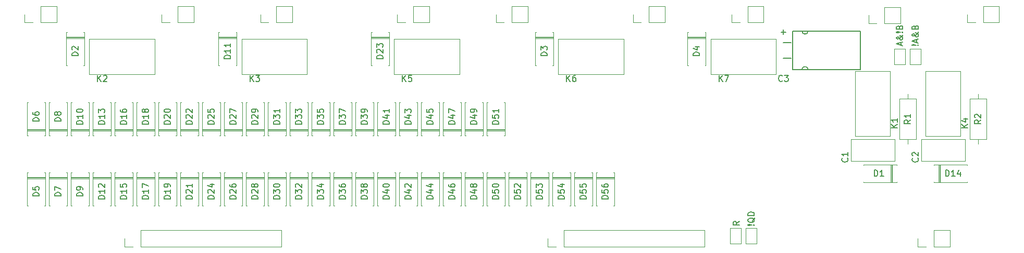
<source format=gto>
G04 #@! TF.FileFunction,Legend,Top*
%FSLAX46Y46*%
G04 Gerber Fmt 4.6, Leading zero omitted, Abs format (unit mm)*
G04 Created by KiCad (PCBNEW 4.0.4+e1-6308~48~ubuntu16.04.1-stable) date Mon Jan 22 21:19:12 2018*
%MOMM*%
%LPD*%
G01*
G04 APERTURE LIST*
%ADD10C,0.100000*%
%ADD11C,0.150000*%
%ADD12C,0.120000*%
%ADD13C,0.200000*%
%ADD14C,0.030000*%
G04 APERTURE END LIST*
D10*
D11*
X247372263Y-108611359D02*
X247419882Y-108563740D01*
X247467501Y-108611359D01*
X247419882Y-108658978D01*
X247372263Y-108611359D01*
X247467501Y-108611359D01*
X247086549Y-108611359D02*
X246515120Y-108658978D01*
X246467501Y-108611359D01*
X246515120Y-108563740D01*
X247086549Y-108611359D01*
X246467501Y-108611359D01*
X247181787Y-108182788D02*
X247181787Y-107706597D01*
X247467501Y-108278026D02*
X246467501Y-107944693D01*
X247467501Y-107611359D01*
X247467501Y-106468502D02*
X247467501Y-106516121D01*
X247419882Y-106611359D01*
X247277025Y-106754216D01*
X246991310Y-106992311D01*
X246848453Y-107087550D01*
X246705596Y-107135169D01*
X246610358Y-107135169D01*
X246515120Y-107087550D01*
X246467501Y-106992311D01*
X246467501Y-106944692D01*
X246515120Y-106849454D01*
X246610358Y-106801835D01*
X246657977Y-106801835D01*
X246753215Y-106849454D01*
X246800834Y-106897073D01*
X246991310Y-107182788D01*
X247038930Y-107230407D01*
X247134168Y-107278026D01*
X247277025Y-107278026D01*
X247372263Y-107230407D01*
X247419882Y-107182788D01*
X247467501Y-107087550D01*
X247467501Y-106944692D01*
X247419882Y-106849454D01*
X247372263Y-106801835D01*
X247181787Y-106658978D01*
X247038930Y-106611359D01*
X246943691Y-106611359D01*
X246943691Y-105706597D02*
X246991310Y-105563740D01*
X247038930Y-105516121D01*
X247134168Y-105468502D01*
X247277025Y-105468502D01*
X247372263Y-105516121D01*
X247419882Y-105563740D01*
X247467501Y-105658978D01*
X247467501Y-106039931D01*
X246467501Y-106039931D01*
X246467501Y-105706597D01*
X246515120Y-105611359D01*
X246562739Y-105563740D01*
X246657977Y-105516121D01*
X246753215Y-105516121D01*
X246848453Y-105563740D01*
X246896072Y-105611359D01*
X246943691Y-105706597D01*
X246943691Y-106039931D01*
X244641787Y-108658978D02*
X244641787Y-108182787D01*
X244927501Y-108754216D02*
X243927501Y-108420883D01*
X244927501Y-108087549D01*
X244927501Y-106944692D02*
X244927501Y-106992311D01*
X244879882Y-107087549D01*
X244737025Y-107230406D01*
X244451310Y-107468501D01*
X244308453Y-107563740D01*
X244165596Y-107611359D01*
X244070358Y-107611359D01*
X243975120Y-107563740D01*
X243927501Y-107468501D01*
X243927501Y-107420882D01*
X243975120Y-107325644D01*
X244070358Y-107278025D01*
X244117977Y-107278025D01*
X244213215Y-107325644D01*
X244260834Y-107373263D01*
X244451310Y-107658978D01*
X244498930Y-107706597D01*
X244594168Y-107754216D01*
X244737025Y-107754216D01*
X244832263Y-107706597D01*
X244879882Y-107658978D01*
X244927501Y-107563740D01*
X244927501Y-107420882D01*
X244879882Y-107325644D01*
X244832263Y-107278025D01*
X244641787Y-107135168D01*
X244498930Y-107087549D01*
X244403691Y-107087549D01*
X244832263Y-106516121D02*
X244879882Y-106468502D01*
X244927501Y-106516121D01*
X244879882Y-106563740D01*
X244832263Y-106516121D01*
X244927501Y-106516121D01*
X244546549Y-106516121D02*
X243975120Y-106563740D01*
X243927501Y-106516121D01*
X243975120Y-106468502D01*
X244546549Y-106516121D01*
X243927501Y-106516121D01*
X244403691Y-105706597D02*
X244451310Y-105563740D01*
X244498930Y-105516121D01*
X244594168Y-105468502D01*
X244737025Y-105468502D01*
X244832263Y-105516121D01*
X244879882Y-105563740D01*
X244927501Y-105658978D01*
X244927501Y-106039931D01*
X243927501Y-106039931D01*
X243927501Y-105706597D01*
X243975120Y-105611359D01*
X244022739Y-105563740D01*
X244117977Y-105516121D01*
X244213215Y-105516121D01*
X244308453Y-105563740D01*
X244356072Y-105611359D01*
X244403691Y-105706597D01*
X244403691Y-106039931D01*
X220702143Y-137929809D02*
X220749762Y-137882190D01*
X220797381Y-137929809D01*
X220749762Y-137977428D01*
X220702143Y-137929809D01*
X220797381Y-137929809D01*
X220416429Y-137929809D02*
X219845000Y-137977428D01*
X219797381Y-137929809D01*
X219845000Y-137882190D01*
X220416429Y-137929809D01*
X219797381Y-137929809D01*
X220892619Y-136786952D02*
X220845000Y-136882190D01*
X220749762Y-136977428D01*
X220606905Y-137120285D01*
X220559286Y-137215524D01*
X220559286Y-137310762D01*
X220797381Y-137263143D02*
X220749762Y-137358381D01*
X220654524Y-137453619D01*
X220464048Y-137501238D01*
X220130714Y-137501238D01*
X219940238Y-137453619D01*
X219845000Y-137358381D01*
X219797381Y-137263143D01*
X219797381Y-137072666D01*
X219845000Y-136977428D01*
X219940238Y-136882190D01*
X220130714Y-136834571D01*
X220464048Y-136834571D01*
X220654524Y-136882190D01*
X220749762Y-136977428D01*
X220797381Y-137072666D01*
X220797381Y-137263143D01*
X220797381Y-136406000D02*
X219797381Y-136406000D01*
X219797381Y-136167905D01*
X219845000Y-136025047D01*
X219940238Y-135929809D01*
X220035476Y-135882190D01*
X220225952Y-135834571D01*
X220368810Y-135834571D01*
X220559286Y-135882190D01*
X220654524Y-135929809D01*
X220749762Y-136025047D01*
X220797381Y-136167905D01*
X220797381Y-136406000D01*
X218384381Y-137358476D02*
X217908190Y-137691810D01*
X218384381Y-137929905D02*
X217384381Y-137929905D01*
X217384381Y-137548952D01*
X217432000Y-137453714D01*
X217479619Y-137406095D01*
X217574857Y-137358476D01*
X217717714Y-137358476D01*
X217812952Y-137406095D01*
X217860571Y-137453714D01*
X217908190Y-137548952D01*
X217908190Y-137929905D01*
D12*
X245365000Y-111760000D02*
X245365000Y-109220000D01*
X243585000Y-109220000D02*
X243585000Y-111760000D01*
X243585000Y-109220000D02*
X245365000Y-109220000D01*
X245365000Y-111760000D02*
X243585000Y-111760000D01*
X247905000Y-111760000D02*
X247905000Y-109220000D01*
X246125000Y-109220000D02*
X246125000Y-111760000D01*
X246125000Y-109220000D02*
X247905000Y-109220000D01*
X247905000Y-111760000D02*
X246125000Y-111760000D01*
X216915000Y-138430000D02*
X216915000Y-140970000D01*
X218695000Y-140970000D02*
X218695000Y-138430000D01*
X218695000Y-140970000D02*
X216915000Y-140970000D01*
X216915000Y-138430000D02*
X218695000Y-138430000D01*
X219455000Y-138430000D02*
X219455000Y-140970000D01*
X221235000Y-140970000D02*
X221235000Y-138430000D01*
X221235000Y-140970000D02*
X219455000Y-140970000D01*
X219455000Y-138430000D02*
X221235000Y-138430000D01*
X247115000Y-117380000D02*
X244375000Y-117380000D01*
X244375000Y-117380000D02*
X244375000Y-123920000D01*
X244375000Y-123920000D02*
X247115000Y-123920000D01*
X247115000Y-123920000D02*
X247115000Y-117380000D01*
X245745000Y-116610000D02*
X245745000Y-117380000D01*
X245745000Y-124690000D02*
X245745000Y-123920000D01*
X258545000Y-117380000D02*
X255805000Y-117380000D01*
X255805000Y-117380000D02*
X255805000Y-123920000D01*
X255805000Y-123920000D02*
X258545000Y-123920000D01*
X258545000Y-123920000D02*
X258545000Y-117380000D01*
X257175000Y-116610000D02*
X257175000Y-117380000D01*
X257175000Y-124690000D02*
X257175000Y-123920000D01*
X243630000Y-127540000D02*
X236510000Y-127540000D01*
X243630000Y-123920000D02*
X236510000Y-123920000D01*
X243630000Y-127540000D02*
X243630000Y-123920000D01*
X236510000Y-127540000D02*
X236510000Y-123920000D01*
X255060000Y-127540000D02*
X247940000Y-127540000D01*
X255060000Y-123920000D02*
X247940000Y-123920000D01*
X255060000Y-127540000D02*
X255060000Y-123920000D01*
X247940000Y-127540000D02*
X247940000Y-123920000D01*
X244020000Y-130880000D02*
X244020000Y-131010000D01*
X244020000Y-131010000D02*
X238580000Y-131010000D01*
X238580000Y-131010000D02*
X238580000Y-130880000D01*
X244020000Y-128200000D02*
X244020000Y-128070000D01*
X244020000Y-128070000D02*
X238580000Y-128070000D01*
X238580000Y-128070000D02*
X238580000Y-128200000D01*
X243120000Y-131010000D02*
X243120000Y-128070000D01*
X243000000Y-131010000D02*
X243000000Y-128070000D01*
X243240000Y-131010000D02*
X243240000Y-128070000D01*
X250010000Y-128200000D02*
X250010000Y-128070000D01*
X250010000Y-128070000D02*
X255450000Y-128070000D01*
X255450000Y-128070000D02*
X255450000Y-128200000D01*
X250010000Y-130880000D02*
X250010000Y-131010000D01*
X250010000Y-131010000D02*
X255450000Y-131010000D01*
X255450000Y-131010000D02*
X255450000Y-130880000D01*
X250910000Y-128070000D02*
X250910000Y-131010000D01*
X251030000Y-128070000D02*
X251030000Y-131010000D01*
X250790000Y-128070000D02*
X250790000Y-131010000D01*
X111830000Y-106500000D02*
X111960000Y-106500000D01*
X111960000Y-106500000D02*
X111960000Y-111940000D01*
X111960000Y-111940000D02*
X111830000Y-111940000D01*
X109150000Y-106500000D02*
X109020000Y-106500000D01*
X109020000Y-106500000D02*
X109020000Y-111940000D01*
X109020000Y-111940000D02*
X109150000Y-111940000D01*
X111960000Y-107400000D02*
X109020000Y-107400000D01*
X111960000Y-107520000D02*
X109020000Y-107520000D01*
X111960000Y-107280000D02*
X109020000Y-107280000D01*
X188030000Y-106500000D02*
X188160000Y-106500000D01*
X188160000Y-106500000D02*
X188160000Y-111940000D01*
X188160000Y-111940000D02*
X188030000Y-111940000D01*
X185350000Y-106500000D02*
X185220000Y-106500000D01*
X185220000Y-106500000D02*
X185220000Y-111940000D01*
X185220000Y-111940000D02*
X185350000Y-111940000D01*
X188160000Y-107400000D02*
X185220000Y-107400000D01*
X188160000Y-107520000D02*
X185220000Y-107520000D01*
X188160000Y-107280000D02*
X185220000Y-107280000D01*
X212795000Y-106500000D02*
X212925000Y-106500000D01*
X212925000Y-106500000D02*
X212925000Y-111940000D01*
X212925000Y-111940000D02*
X212795000Y-111940000D01*
X210115000Y-106500000D02*
X209985000Y-106500000D01*
X209985000Y-106500000D02*
X209985000Y-111940000D01*
X209985000Y-111940000D02*
X210115000Y-111940000D01*
X212925000Y-107400000D02*
X209985000Y-107400000D01*
X212925000Y-107520000D02*
X209985000Y-107520000D01*
X212925000Y-107280000D02*
X209985000Y-107280000D01*
X105480000Y-129360000D02*
X105610000Y-129360000D01*
X105610000Y-129360000D02*
X105610000Y-134800000D01*
X105610000Y-134800000D02*
X105480000Y-134800000D01*
X102800000Y-129360000D02*
X102670000Y-129360000D01*
X102670000Y-129360000D02*
X102670000Y-134800000D01*
X102670000Y-134800000D02*
X102800000Y-134800000D01*
X105610000Y-130260000D02*
X102670000Y-130260000D01*
X105610000Y-130380000D02*
X102670000Y-130380000D01*
X105610000Y-130140000D02*
X102670000Y-130140000D01*
X102800000Y-123370000D02*
X102670000Y-123370000D01*
X102670000Y-123370000D02*
X102670000Y-117930000D01*
X102670000Y-117930000D02*
X102800000Y-117930000D01*
X105480000Y-123370000D02*
X105610000Y-123370000D01*
X105610000Y-123370000D02*
X105610000Y-117930000D01*
X105610000Y-117930000D02*
X105480000Y-117930000D01*
X102670000Y-122470000D02*
X105610000Y-122470000D01*
X102670000Y-122350000D02*
X105610000Y-122350000D01*
X102670000Y-122590000D02*
X105610000Y-122590000D01*
X109036000Y-129360000D02*
X109166000Y-129360000D01*
X109166000Y-129360000D02*
X109166000Y-134800000D01*
X109166000Y-134800000D02*
X109036000Y-134800000D01*
X106356000Y-129360000D02*
X106226000Y-129360000D01*
X106226000Y-129360000D02*
X106226000Y-134800000D01*
X106226000Y-134800000D02*
X106356000Y-134800000D01*
X109166000Y-130260000D02*
X106226000Y-130260000D01*
X109166000Y-130380000D02*
X106226000Y-130380000D01*
X109166000Y-130140000D02*
X106226000Y-130140000D01*
X106356000Y-123370000D02*
X106226000Y-123370000D01*
X106226000Y-123370000D02*
X106226000Y-117930000D01*
X106226000Y-117930000D02*
X106356000Y-117930000D01*
X109036000Y-123370000D02*
X109166000Y-123370000D01*
X109166000Y-123370000D02*
X109166000Y-117930000D01*
X109166000Y-117930000D02*
X109036000Y-117930000D01*
X106226000Y-122470000D02*
X109166000Y-122470000D01*
X106226000Y-122350000D02*
X109166000Y-122350000D01*
X106226000Y-122590000D02*
X109166000Y-122590000D01*
X112592000Y-129360000D02*
X112722000Y-129360000D01*
X112722000Y-129360000D02*
X112722000Y-134800000D01*
X112722000Y-134800000D02*
X112592000Y-134800000D01*
X109912000Y-129360000D02*
X109782000Y-129360000D01*
X109782000Y-129360000D02*
X109782000Y-134800000D01*
X109782000Y-134800000D02*
X109912000Y-134800000D01*
X112722000Y-130260000D02*
X109782000Y-130260000D01*
X112722000Y-130380000D02*
X109782000Y-130380000D01*
X112722000Y-130140000D02*
X109782000Y-130140000D01*
X109912000Y-123370000D02*
X109782000Y-123370000D01*
X109782000Y-123370000D02*
X109782000Y-117930000D01*
X109782000Y-117930000D02*
X109912000Y-117930000D01*
X112592000Y-123370000D02*
X112722000Y-123370000D01*
X112722000Y-123370000D02*
X112722000Y-117930000D01*
X112722000Y-117930000D02*
X112592000Y-117930000D01*
X109782000Y-122470000D02*
X112722000Y-122470000D01*
X109782000Y-122350000D02*
X112722000Y-122350000D01*
X109782000Y-122590000D02*
X112722000Y-122590000D01*
X136595000Y-106500000D02*
X136725000Y-106500000D01*
X136725000Y-106500000D02*
X136725000Y-111940000D01*
X136725000Y-111940000D02*
X136595000Y-111940000D01*
X133915000Y-106500000D02*
X133785000Y-106500000D01*
X133785000Y-106500000D02*
X133785000Y-111940000D01*
X133785000Y-111940000D02*
X133915000Y-111940000D01*
X136725000Y-107400000D02*
X133785000Y-107400000D01*
X136725000Y-107520000D02*
X133785000Y-107520000D01*
X136725000Y-107280000D02*
X133785000Y-107280000D01*
X116148000Y-129360000D02*
X116278000Y-129360000D01*
X116278000Y-129360000D02*
X116278000Y-134800000D01*
X116278000Y-134800000D02*
X116148000Y-134800000D01*
X113468000Y-129360000D02*
X113338000Y-129360000D01*
X113338000Y-129360000D02*
X113338000Y-134800000D01*
X113338000Y-134800000D02*
X113468000Y-134800000D01*
X116278000Y-130260000D02*
X113338000Y-130260000D01*
X116278000Y-130380000D02*
X113338000Y-130380000D01*
X116278000Y-130140000D02*
X113338000Y-130140000D01*
X113468000Y-123370000D02*
X113338000Y-123370000D01*
X113338000Y-123370000D02*
X113338000Y-117930000D01*
X113338000Y-117930000D02*
X113468000Y-117930000D01*
X116148000Y-123370000D02*
X116278000Y-123370000D01*
X116278000Y-123370000D02*
X116278000Y-117930000D01*
X116278000Y-117930000D02*
X116148000Y-117930000D01*
X113338000Y-122470000D02*
X116278000Y-122470000D01*
X113338000Y-122350000D02*
X116278000Y-122350000D01*
X113338000Y-122590000D02*
X116278000Y-122590000D01*
X119704000Y-129360000D02*
X119834000Y-129360000D01*
X119834000Y-129360000D02*
X119834000Y-134800000D01*
X119834000Y-134800000D02*
X119704000Y-134800000D01*
X117024000Y-129360000D02*
X116894000Y-129360000D01*
X116894000Y-129360000D02*
X116894000Y-134800000D01*
X116894000Y-134800000D02*
X117024000Y-134800000D01*
X119834000Y-130260000D02*
X116894000Y-130260000D01*
X119834000Y-130380000D02*
X116894000Y-130380000D01*
X119834000Y-130140000D02*
X116894000Y-130140000D01*
X117024000Y-123370000D02*
X116894000Y-123370000D01*
X116894000Y-123370000D02*
X116894000Y-117930000D01*
X116894000Y-117930000D02*
X117024000Y-117930000D01*
X119704000Y-123370000D02*
X119834000Y-123370000D01*
X119834000Y-123370000D02*
X119834000Y-117930000D01*
X119834000Y-117930000D02*
X119704000Y-117930000D01*
X116894000Y-122470000D02*
X119834000Y-122470000D01*
X116894000Y-122350000D02*
X119834000Y-122350000D01*
X116894000Y-122590000D02*
X119834000Y-122590000D01*
X123260000Y-129360000D02*
X123390000Y-129360000D01*
X123390000Y-129360000D02*
X123390000Y-134800000D01*
X123390000Y-134800000D02*
X123260000Y-134800000D01*
X120580000Y-129360000D02*
X120450000Y-129360000D01*
X120450000Y-129360000D02*
X120450000Y-134800000D01*
X120450000Y-134800000D02*
X120580000Y-134800000D01*
X123390000Y-130260000D02*
X120450000Y-130260000D01*
X123390000Y-130380000D02*
X120450000Y-130380000D01*
X123390000Y-130140000D02*
X120450000Y-130140000D01*
X120580000Y-123370000D02*
X120450000Y-123370000D01*
X120450000Y-123370000D02*
X120450000Y-117930000D01*
X120450000Y-117930000D02*
X120580000Y-117930000D01*
X123260000Y-123370000D02*
X123390000Y-123370000D01*
X123390000Y-123370000D02*
X123390000Y-117930000D01*
X123390000Y-117930000D02*
X123260000Y-117930000D01*
X120450000Y-122470000D02*
X123390000Y-122470000D01*
X120450000Y-122350000D02*
X123390000Y-122350000D01*
X120450000Y-122590000D02*
X123390000Y-122590000D01*
X126816000Y-129360000D02*
X126946000Y-129360000D01*
X126946000Y-129360000D02*
X126946000Y-134800000D01*
X126946000Y-134800000D02*
X126816000Y-134800000D01*
X124136000Y-129360000D02*
X124006000Y-129360000D01*
X124006000Y-129360000D02*
X124006000Y-134800000D01*
X124006000Y-134800000D02*
X124136000Y-134800000D01*
X126946000Y-130260000D02*
X124006000Y-130260000D01*
X126946000Y-130380000D02*
X124006000Y-130380000D01*
X126946000Y-130140000D02*
X124006000Y-130140000D01*
X124136000Y-123370000D02*
X124006000Y-123370000D01*
X124006000Y-123370000D02*
X124006000Y-117930000D01*
X124006000Y-117930000D02*
X124136000Y-117930000D01*
X126816000Y-123370000D02*
X126946000Y-123370000D01*
X126946000Y-123370000D02*
X126946000Y-117930000D01*
X126946000Y-117930000D02*
X126816000Y-117930000D01*
X124006000Y-122470000D02*
X126946000Y-122470000D01*
X124006000Y-122350000D02*
X126946000Y-122350000D01*
X124006000Y-122590000D02*
X126946000Y-122590000D01*
X130372000Y-129360000D02*
X130502000Y-129360000D01*
X130502000Y-129360000D02*
X130502000Y-134800000D01*
X130502000Y-134800000D02*
X130372000Y-134800000D01*
X127692000Y-129360000D02*
X127562000Y-129360000D01*
X127562000Y-129360000D02*
X127562000Y-134800000D01*
X127562000Y-134800000D02*
X127692000Y-134800000D01*
X130502000Y-130260000D02*
X127562000Y-130260000D01*
X130502000Y-130380000D02*
X127562000Y-130380000D01*
X130502000Y-130140000D02*
X127562000Y-130140000D01*
X127692000Y-123370000D02*
X127562000Y-123370000D01*
X127562000Y-123370000D02*
X127562000Y-117930000D01*
X127562000Y-117930000D02*
X127692000Y-117930000D01*
X130372000Y-123370000D02*
X130502000Y-123370000D01*
X130502000Y-123370000D02*
X130502000Y-117930000D01*
X130502000Y-117930000D02*
X130372000Y-117930000D01*
X127562000Y-122470000D02*
X130502000Y-122470000D01*
X127562000Y-122350000D02*
X130502000Y-122350000D01*
X127562000Y-122590000D02*
X130502000Y-122590000D01*
X161360000Y-106500000D02*
X161490000Y-106500000D01*
X161490000Y-106500000D02*
X161490000Y-111940000D01*
X161490000Y-111940000D02*
X161360000Y-111940000D01*
X158680000Y-106500000D02*
X158550000Y-106500000D01*
X158550000Y-106500000D02*
X158550000Y-111940000D01*
X158550000Y-111940000D02*
X158680000Y-111940000D01*
X161490000Y-107400000D02*
X158550000Y-107400000D01*
X161490000Y-107520000D02*
X158550000Y-107520000D01*
X161490000Y-107280000D02*
X158550000Y-107280000D01*
X133928000Y-129360000D02*
X134058000Y-129360000D01*
X134058000Y-129360000D02*
X134058000Y-134800000D01*
X134058000Y-134800000D02*
X133928000Y-134800000D01*
X131248000Y-129360000D02*
X131118000Y-129360000D01*
X131118000Y-129360000D02*
X131118000Y-134800000D01*
X131118000Y-134800000D02*
X131248000Y-134800000D01*
X134058000Y-130260000D02*
X131118000Y-130260000D01*
X134058000Y-130380000D02*
X131118000Y-130380000D01*
X134058000Y-130140000D02*
X131118000Y-130140000D01*
X131248000Y-123370000D02*
X131118000Y-123370000D01*
X131118000Y-123370000D02*
X131118000Y-117930000D01*
X131118000Y-117930000D02*
X131248000Y-117930000D01*
X133928000Y-123370000D02*
X134058000Y-123370000D01*
X134058000Y-123370000D02*
X134058000Y-117930000D01*
X134058000Y-117930000D02*
X133928000Y-117930000D01*
X131118000Y-122470000D02*
X134058000Y-122470000D01*
X131118000Y-122350000D02*
X134058000Y-122350000D01*
X131118000Y-122590000D02*
X134058000Y-122590000D01*
X137484000Y-129360000D02*
X137614000Y-129360000D01*
X137614000Y-129360000D02*
X137614000Y-134800000D01*
X137614000Y-134800000D02*
X137484000Y-134800000D01*
X134804000Y-129360000D02*
X134674000Y-129360000D01*
X134674000Y-129360000D02*
X134674000Y-134800000D01*
X134674000Y-134800000D02*
X134804000Y-134800000D01*
X137614000Y-130260000D02*
X134674000Y-130260000D01*
X137614000Y-130380000D02*
X134674000Y-130380000D01*
X137614000Y-130140000D02*
X134674000Y-130140000D01*
X134804000Y-123370000D02*
X134674000Y-123370000D01*
X134674000Y-123370000D02*
X134674000Y-117930000D01*
X134674000Y-117930000D02*
X134804000Y-117930000D01*
X137484000Y-123370000D02*
X137614000Y-123370000D01*
X137614000Y-123370000D02*
X137614000Y-117930000D01*
X137614000Y-117930000D02*
X137484000Y-117930000D01*
X134674000Y-122470000D02*
X137614000Y-122470000D01*
X134674000Y-122350000D02*
X137614000Y-122350000D01*
X134674000Y-122590000D02*
X137614000Y-122590000D01*
X141040000Y-129360000D02*
X141170000Y-129360000D01*
X141170000Y-129360000D02*
X141170000Y-134800000D01*
X141170000Y-134800000D02*
X141040000Y-134800000D01*
X138360000Y-129360000D02*
X138230000Y-129360000D01*
X138230000Y-129360000D02*
X138230000Y-134800000D01*
X138230000Y-134800000D02*
X138360000Y-134800000D01*
X141170000Y-130260000D02*
X138230000Y-130260000D01*
X141170000Y-130380000D02*
X138230000Y-130380000D01*
X141170000Y-130140000D02*
X138230000Y-130140000D01*
X138360000Y-123370000D02*
X138230000Y-123370000D01*
X138230000Y-123370000D02*
X138230000Y-117930000D01*
X138230000Y-117930000D02*
X138360000Y-117930000D01*
X141040000Y-123370000D02*
X141170000Y-123370000D01*
X141170000Y-123370000D02*
X141170000Y-117930000D01*
X141170000Y-117930000D02*
X141040000Y-117930000D01*
X138230000Y-122470000D02*
X141170000Y-122470000D01*
X138230000Y-122350000D02*
X141170000Y-122350000D01*
X138230000Y-122590000D02*
X141170000Y-122590000D01*
X144596000Y-129360000D02*
X144726000Y-129360000D01*
X144726000Y-129360000D02*
X144726000Y-134800000D01*
X144726000Y-134800000D02*
X144596000Y-134800000D01*
X141916000Y-129360000D02*
X141786000Y-129360000D01*
X141786000Y-129360000D02*
X141786000Y-134800000D01*
X141786000Y-134800000D02*
X141916000Y-134800000D01*
X144726000Y-130260000D02*
X141786000Y-130260000D01*
X144726000Y-130380000D02*
X141786000Y-130380000D01*
X144726000Y-130140000D02*
X141786000Y-130140000D01*
X141916000Y-123370000D02*
X141786000Y-123370000D01*
X141786000Y-123370000D02*
X141786000Y-117930000D01*
X141786000Y-117930000D02*
X141916000Y-117930000D01*
X144596000Y-123370000D02*
X144726000Y-123370000D01*
X144726000Y-123370000D02*
X144726000Y-117930000D01*
X144726000Y-117930000D02*
X144596000Y-117930000D01*
X141786000Y-122470000D02*
X144726000Y-122470000D01*
X141786000Y-122350000D02*
X144726000Y-122350000D01*
X141786000Y-122590000D02*
X144726000Y-122590000D01*
X148152000Y-129360000D02*
X148282000Y-129360000D01*
X148282000Y-129360000D02*
X148282000Y-134800000D01*
X148282000Y-134800000D02*
X148152000Y-134800000D01*
X145472000Y-129360000D02*
X145342000Y-129360000D01*
X145342000Y-129360000D02*
X145342000Y-134800000D01*
X145342000Y-134800000D02*
X145472000Y-134800000D01*
X148282000Y-130260000D02*
X145342000Y-130260000D01*
X148282000Y-130380000D02*
X145342000Y-130380000D01*
X148282000Y-130140000D02*
X145342000Y-130140000D01*
X145472000Y-123370000D02*
X145342000Y-123370000D01*
X145342000Y-123370000D02*
X145342000Y-117930000D01*
X145342000Y-117930000D02*
X145472000Y-117930000D01*
X148152000Y-123370000D02*
X148282000Y-123370000D01*
X148282000Y-123370000D02*
X148282000Y-117930000D01*
X148282000Y-117930000D02*
X148152000Y-117930000D01*
X145342000Y-122470000D02*
X148282000Y-122470000D01*
X145342000Y-122350000D02*
X148282000Y-122350000D01*
X145342000Y-122590000D02*
X148282000Y-122590000D01*
X151708000Y-129360000D02*
X151838000Y-129360000D01*
X151838000Y-129360000D02*
X151838000Y-134800000D01*
X151838000Y-134800000D02*
X151708000Y-134800000D01*
X149028000Y-129360000D02*
X148898000Y-129360000D01*
X148898000Y-129360000D02*
X148898000Y-134800000D01*
X148898000Y-134800000D02*
X149028000Y-134800000D01*
X151838000Y-130260000D02*
X148898000Y-130260000D01*
X151838000Y-130380000D02*
X148898000Y-130380000D01*
X151838000Y-130140000D02*
X148898000Y-130140000D01*
X149028000Y-123370000D02*
X148898000Y-123370000D01*
X148898000Y-123370000D02*
X148898000Y-117930000D01*
X148898000Y-117930000D02*
X149028000Y-117930000D01*
X151708000Y-123370000D02*
X151838000Y-123370000D01*
X151838000Y-123370000D02*
X151838000Y-117930000D01*
X151838000Y-117930000D02*
X151708000Y-117930000D01*
X148898000Y-122470000D02*
X151838000Y-122470000D01*
X148898000Y-122350000D02*
X151838000Y-122350000D01*
X148898000Y-122590000D02*
X151838000Y-122590000D01*
X155264000Y-129360000D02*
X155394000Y-129360000D01*
X155394000Y-129360000D02*
X155394000Y-134800000D01*
X155394000Y-134800000D02*
X155264000Y-134800000D01*
X152584000Y-129360000D02*
X152454000Y-129360000D01*
X152454000Y-129360000D02*
X152454000Y-134800000D01*
X152454000Y-134800000D02*
X152584000Y-134800000D01*
X155394000Y-130260000D02*
X152454000Y-130260000D01*
X155394000Y-130380000D02*
X152454000Y-130380000D01*
X155394000Y-130140000D02*
X152454000Y-130140000D01*
X152584000Y-123370000D02*
X152454000Y-123370000D01*
X152454000Y-123370000D02*
X152454000Y-117930000D01*
X152454000Y-117930000D02*
X152584000Y-117930000D01*
X155264000Y-123370000D02*
X155394000Y-123370000D01*
X155394000Y-123370000D02*
X155394000Y-117930000D01*
X155394000Y-117930000D02*
X155264000Y-117930000D01*
X152454000Y-122470000D02*
X155394000Y-122470000D01*
X152454000Y-122350000D02*
X155394000Y-122350000D01*
X152454000Y-122590000D02*
X155394000Y-122590000D01*
X158820000Y-129360000D02*
X158950000Y-129360000D01*
X158950000Y-129360000D02*
X158950000Y-134800000D01*
X158950000Y-134800000D02*
X158820000Y-134800000D01*
X156140000Y-129360000D02*
X156010000Y-129360000D01*
X156010000Y-129360000D02*
X156010000Y-134800000D01*
X156010000Y-134800000D02*
X156140000Y-134800000D01*
X158950000Y-130260000D02*
X156010000Y-130260000D01*
X158950000Y-130380000D02*
X156010000Y-130380000D01*
X158950000Y-130140000D02*
X156010000Y-130140000D01*
X156140000Y-123370000D02*
X156010000Y-123370000D01*
X156010000Y-123370000D02*
X156010000Y-117930000D01*
X156010000Y-117930000D02*
X156140000Y-117930000D01*
X158820000Y-123370000D02*
X158950000Y-123370000D01*
X158950000Y-123370000D02*
X158950000Y-117930000D01*
X158950000Y-117930000D02*
X158820000Y-117930000D01*
X156010000Y-122470000D02*
X158950000Y-122470000D01*
X156010000Y-122350000D02*
X158950000Y-122350000D01*
X156010000Y-122590000D02*
X158950000Y-122590000D01*
X162376000Y-129360000D02*
X162506000Y-129360000D01*
X162506000Y-129360000D02*
X162506000Y-134800000D01*
X162506000Y-134800000D02*
X162376000Y-134800000D01*
X159696000Y-129360000D02*
X159566000Y-129360000D01*
X159566000Y-129360000D02*
X159566000Y-134800000D01*
X159566000Y-134800000D02*
X159696000Y-134800000D01*
X162506000Y-130260000D02*
X159566000Y-130260000D01*
X162506000Y-130380000D02*
X159566000Y-130380000D01*
X162506000Y-130140000D02*
X159566000Y-130140000D01*
X159696000Y-123370000D02*
X159566000Y-123370000D01*
X159566000Y-123370000D02*
X159566000Y-117930000D01*
X159566000Y-117930000D02*
X159696000Y-117930000D01*
X162376000Y-123370000D02*
X162506000Y-123370000D01*
X162506000Y-123370000D02*
X162506000Y-117930000D01*
X162506000Y-117930000D02*
X162376000Y-117930000D01*
X159566000Y-122470000D02*
X162506000Y-122470000D01*
X159566000Y-122350000D02*
X162506000Y-122350000D01*
X159566000Y-122590000D02*
X162506000Y-122590000D01*
X165932000Y-129360000D02*
X166062000Y-129360000D01*
X166062000Y-129360000D02*
X166062000Y-134800000D01*
X166062000Y-134800000D02*
X165932000Y-134800000D01*
X163252000Y-129360000D02*
X163122000Y-129360000D01*
X163122000Y-129360000D02*
X163122000Y-134800000D01*
X163122000Y-134800000D02*
X163252000Y-134800000D01*
X166062000Y-130260000D02*
X163122000Y-130260000D01*
X166062000Y-130380000D02*
X163122000Y-130380000D01*
X166062000Y-130140000D02*
X163122000Y-130140000D01*
X163252000Y-123370000D02*
X163122000Y-123370000D01*
X163122000Y-123370000D02*
X163122000Y-117930000D01*
X163122000Y-117930000D02*
X163252000Y-117930000D01*
X165932000Y-123370000D02*
X166062000Y-123370000D01*
X166062000Y-123370000D02*
X166062000Y-117930000D01*
X166062000Y-117930000D02*
X165932000Y-117930000D01*
X163122000Y-122470000D02*
X166062000Y-122470000D01*
X163122000Y-122350000D02*
X166062000Y-122350000D01*
X163122000Y-122590000D02*
X166062000Y-122590000D01*
X169488000Y-129360000D02*
X169618000Y-129360000D01*
X169618000Y-129360000D02*
X169618000Y-134800000D01*
X169618000Y-134800000D02*
X169488000Y-134800000D01*
X166808000Y-129360000D02*
X166678000Y-129360000D01*
X166678000Y-129360000D02*
X166678000Y-134800000D01*
X166678000Y-134800000D02*
X166808000Y-134800000D01*
X169618000Y-130260000D02*
X166678000Y-130260000D01*
X169618000Y-130380000D02*
X166678000Y-130380000D01*
X169618000Y-130140000D02*
X166678000Y-130140000D01*
X166808000Y-123370000D02*
X166678000Y-123370000D01*
X166678000Y-123370000D02*
X166678000Y-117930000D01*
X166678000Y-117930000D02*
X166808000Y-117930000D01*
X169488000Y-123370000D02*
X169618000Y-123370000D01*
X169618000Y-123370000D02*
X169618000Y-117930000D01*
X169618000Y-117930000D02*
X169488000Y-117930000D01*
X166678000Y-122470000D02*
X169618000Y-122470000D01*
X166678000Y-122350000D02*
X169618000Y-122350000D01*
X166678000Y-122590000D02*
X169618000Y-122590000D01*
X173044000Y-129360000D02*
X173174000Y-129360000D01*
X173174000Y-129360000D02*
X173174000Y-134800000D01*
X173174000Y-134800000D02*
X173044000Y-134800000D01*
X170364000Y-129360000D02*
X170234000Y-129360000D01*
X170234000Y-129360000D02*
X170234000Y-134800000D01*
X170234000Y-134800000D02*
X170364000Y-134800000D01*
X173174000Y-130260000D02*
X170234000Y-130260000D01*
X173174000Y-130380000D02*
X170234000Y-130380000D01*
X173174000Y-130140000D02*
X170234000Y-130140000D01*
X170364000Y-123370000D02*
X170234000Y-123370000D01*
X170234000Y-123370000D02*
X170234000Y-117930000D01*
X170234000Y-117930000D02*
X170364000Y-117930000D01*
X173044000Y-123370000D02*
X173174000Y-123370000D01*
X173174000Y-123370000D02*
X173174000Y-117930000D01*
X173174000Y-117930000D02*
X173044000Y-117930000D01*
X170234000Y-122470000D02*
X173174000Y-122470000D01*
X170234000Y-122350000D02*
X173174000Y-122350000D01*
X170234000Y-122590000D02*
X173174000Y-122590000D01*
X176600000Y-129360000D02*
X176730000Y-129360000D01*
X176730000Y-129360000D02*
X176730000Y-134800000D01*
X176730000Y-134800000D02*
X176600000Y-134800000D01*
X173920000Y-129360000D02*
X173790000Y-129360000D01*
X173790000Y-129360000D02*
X173790000Y-134800000D01*
X173790000Y-134800000D02*
X173920000Y-134800000D01*
X176730000Y-130260000D02*
X173790000Y-130260000D01*
X176730000Y-130380000D02*
X173790000Y-130380000D01*
X176730000Y-130140000D02*
X173790000Y-130140000D01*
X173920000Y-123370000D02*
X173790000Y-123370000D01*
X173790000Y-123370000D02*
X173790000Y-117930000D01*
X173790000Y-117930000D02*
X173920000Y-117930000D01*
X176600000Y-123370000D02*
X176730000Y-123370000D01*
X176730000Y-123370000D02*
X176730000Y-117930000D01*
X176730000Y-117930000D02*
X176600000Y-117930000D01*
X173790000Y-122470000D02*
X176730000Y-122470000D01*
X173790000Y-122350000D02*
X176730000Y-122350000D01*
X173790000Y-122590000D02*
X176730000Y-122590000D01*
X180156000Y-129360000D02*
X180286000Y-129360000D01*
X180286000Y-129360000D02*
X180286000Y-134800000D01*
X180286000Y-134800000D02*
X180156000Y-134800000D01*
X177476000Y-129360000D02*
X177346000Y-129360000D01*
X177346000Y-129360000D02*
X177346000Y-134800000D01*
X177346000Y-134800000D02*
X177476000Y-134800000D01*
X180286000Y-130260000D02*
X177346000Y-130260000D01*
X180286000Y-130380000D02*
X177346000Y-130380000D01*
X180286000Y-130140000D02*
X177346000Y-130140000D01*
X177476000Y-123370000D02*
X177346000Y-123370000D01*
X177346000Y-123370000D02*
X177346000Y-117930000D01*
X177346000Y-117930000D02*
X177476000Y-117930000D01*
X180156000Y-123370000D02*
X180286000Y-123370000D01*
X180286000Y-123370000D02*
X180286000Y-117930000D01*
X180286000Y-117930000D02*
X180156000Y-117930000D01*
X177346000Y-122470000D02*
X180286000Y-122470000D01*
X177346000Y-122350000D02*
X180286000Y-122350000D01*
X177346000Y-122590000D02*
X180286000Y-122590000D01*
X183712000Y-129360000D02*
X183842000Y-129360000D01*
X183842000Y-129360000D02*
X183842000Y-134800000D01*
X183842000Y-134800000D02*
X183712000Y-134800000D01*
X181032000Y-129360000D02*
X180902000Y-129360000D01*
X180902000Y-129360000D02*
X180902000Y-134800000D01*
X180902000Y-134800000D02*
X181032000Y-134800000D01*
X183842000Y-130260000D02*
X180902000Y-130260000D01*
X183842000Y-130380000D02*
X180902000Y-130380000D01*
X183842000Y-130140000D02*
X180902000Y-130140000D01*
X187268000Y-129360000D02*
X187398000Y-129360000D01*
X187398000Y-129360000D02*
X187398000Y-134800000D01*
X187398000Y-134800000D02*
X187268000Y-134800000D01*
X184588000Y-129360000D02*
X184458000Y-129360000D01*
X184458000Y-129360000D02*
X184458000Y-134800000D01*
X184458000Y-134800000D02*
X184588000Y-134800000D01*
X187398000Y-130260000D02*
X184458000Y-130260000D01*
X187398000Y-130380000D02*
X184458000Y-130380000D01*
X187398000Y-130140000D02*
X184458000Y-130140000D01*
X190824000Y-129360000D02*
X190954000Y-129360000D01*
X190954000Y-129360000D02*
X190954000Y-134800000D01*
X190954000Y-134800000D02*
X190824000Y-134800000D01*
X188144000Y-129360000D02*
X188014000Y-129360000D01*
X188014000Y-129360000D02*
X188014000Y-134800000D01*
X188014000Y-134800000D02*
X188144000Y-134800000D01*
X190954000Y-130260000D02*
X188014000Y-130260000D01*
X190954000Y-130380000D02*
X188014000Y-130380000D01*
X190954000Y-130140000D02*
X188014000Y-130140000D01*
X194380000Y-129360000D02*
X194510000Y-129360000D01*
X194510000Y-129360000D02*
X194510000Y-134800000D01*
X194510000Y-134800000D02*
X194380000Y-134800000D01*
X191700000Y-129360000D02*
X191570000Y-129360000D01*
X191570000Y-129360000D02*
X191570000Y-134800000D01*
X191570000Y-134800000D02*
X191700000Y-134800000D01*
X194510000Y-130260000D02*
X191570000Y-130260000D01*
X194510000Y-130380000D02*
X191570000Y-130380000D01*
X194510000Y-130140000D02*
X191570000Y-130140000D01*
X197936000Y-129360000D02*
X198066000Y-129360000D01*
X198066000Y-129360000D02*
X198066000Y-134800000D01*
X198066000Y-134800000D02*
X197936000Y-134800000D01*
X195256000Y-129360000D02*
X195126000Y-129360000D01*
X195126000Y-129360000D02*
X195126000Y-134800000D01*
X195126000Y-134800000D02*
X195256000Y-134800000D01*
X198066000Y-130260000D02*
X195126000Y-130260000D01*
X198066000Y-130380000D02*
X195126000Y-130380000D01*
X198066000Y-130140000D02*
X195126000Y-130140000D01*
X107490000Y-104950000D02*
X107490000Y-102290000D01*
X104890000Y-104950000D02*
X107490000Y-104950000D01*
X104890000Y-102290000D02*
X107490000Y-102290000D01*
X104890000Y-104950000D02*
X104890000Y-102290000D01*
X103620000Y-104950000D02*
X102290000Y-104950000D01*
X102290000Y-104950000D02*
X102290000Y-103620000D01*
X145770000Y-104950000D02*
X145770000Y-102290000D01*
X143170000Y-104950000D02*
X145770000Y-104950000D01*
X143170000Y-102290000D02*
X145770000Y-102290000D01*
X143170000Y-104950000D02*
X143170000Y-102290000D01*
X141900000Y-104950000D02*
X140570000Y-104950000D01*
X140570000Y-104950000D02*
X140570000Y-103620000D01*
X184050000Y-104950000D02*
X184050000Y-102290000D01*
X181450000Y-104950000D02*
X184050000Y-104950000D01*
X181450000Y-102290000D02*
X184050000Y-102290000D01*
X181450000Y-104950000D02*
X181450000Y-102290000D01*
X180180000Y-104950000D02*
X178850000Y-104950000D01*
X178850000Y-104950000D02*
X178850000Y-103620000D01*
X222330000Y-104950000D02*
X222330000Y-102290000D01*
X219730000Y-104950000D02*
X222330000Y-104950000D01*
X219730000Y-102290000D02*
X222330000Y-102290000D01*
X219730000Y-104950000D02*
X219730000Y-102290000D01*
X218460000Y-104950000D02*
X217130000Y-104950000D01*
X217130000Y-104950000D02*
X217130000Y-103620000D01*
X129740000Y-104950000D02*
X129740000Y-102290000D01*
X127140000Y-104950000D02*
X129740000Y-104950000D01*
X127140000Y-102290000D02*
X129740000Y-102290000D01*
X127140000Y-104950000D02*
X127140000Y-102290000D01*
X125870000Y-104950000D02*
X124540000Y-104950000D01*
X124540000Y-104950000D02*
X124540000Y-103620000D01*
X168020000Y-104950000D02*
X168020000Y-102290000D01*
X165420000Y-104950000D02*
X168020000Y-104950000D01*
X165420000Y-102290000D02*
X168020000Y-102290000D01*
X165420000Y-104950000D02*
X165420000Y-102290000D01*
X164150000Y-104950000D02*
X162820000Y-104950000D01*
X162820000Y-104950000D02*
X162820000Y-103620000D01*
X206300000Y-104950000D02*
X206300000Y-102290000D01*
X203700000Y-104950000D02*
X206300000Y-104950000D01*
X203700000Y-102290000D02*
X206300000Y-102290000D01*
X203700000Y-104950000D02*
X203700000Y-102290000D01*
X202430000Y-104950000D02*
X201100000Y-104950000D01*
X201100000Y-104950000D02*
X201100000Y-103620000D01*
X212760000Y-141460000D02*
X212760000Y-138800000D01*
X189840000Y-141460000D02*
X212760000Y-141460000D01*
X189840000Y-138800000D02*
X212760000Y-138800000D01*
X189840000Y-141460000D02*
X189840000Y-138800000D01*
X188570000Y-141460000D02*
X187240000Y-141460000D01*
X187240000Y-141460000D02*
X187240000Y-140130000D01*
X144010000Y-141460000D02*
X144010000Y-138800000D01*
X121090000Y-141460000D02*
X144010000Y-141460000D01*
X121090000Y-138800000D02*
X144010000Y-138800000D01*
X121090000Y-141460000D02*
X121090000Y-138800000D01*
X119820000Y-141460000D02*
X118490000Y-141460000D01*
X118490000Y-141460000D02*
X118490000Y-140130000D01*
X260610000Y-104950000D02*
X260610000Y-102290000D01*
X258010000Y-104950000D02*
X260610000Y-104950000D01*
X258010000Y-102290000D02*
X260610000Y-102290000D01*
X258010000Y-104950000D02*
X258010000Y-102290000D01*
X256740000Y-104950000D02*
X255410000Y-104950000D01*
X255410000Y-104950000D02*
X255410000Y-103620000D01*
X252600000Y-141460000D02*
X252600000Y-138800000D01*
X250000000Y-141460000D02*
X252600000Y-141460000D01*
X250000000Y-138800000D02*
X252600000Y-138800000D01*
X250000000Y-141460000D02*
X250000000Y-138800000D01*
X248730000Y-141460000D02*
X247400000Y-141460000D01*
X247400000Y-141460000D02*
X247400000Y-140130000D01*
X244580000Y-105089000D02*
X244580000Y-102429000D01*
X241980000Y-105089000D02*
X244580000Y-105089000D01*
X241980000Y-102429000D02*
X244580000Y-102429000D01*
X241980000Y-105089000D02*
X241980000Y-102429000D01*
X240710000Y-105089000D02*
X239380000Y-105089000D01*
X239380000Y-105089000D02*
X239380000Y-103759000D01*
D13*
X225552000Y-110744000D02*
X226822000Y-110744000D01*
X225552000Y-108204000D02*
X226822000Y-108204000D01*
X229552000Y-112624000D02*
G75*
G03X228552000Y-112624000I-500000J0D01*
G01*
X228552000Y-106324000D02*
G75*
G03X229552000Y-106324000I500000J0D01*
G01*
X227052000Y-106324000D02*
X238052000Y-106324000D01*
X238052000Y-106324000D02*
X238052000Y-112624000D01*
X238052000Y-112624000D02*
X227052000Y-112624000D01*
X227052000Y-112624000D02*
X227052000Y-106324000D01*
D14*
X172905000Y-113340000D02*
X172905000Y-107640000D01*
X172905000Y-107640000D02*
X162305000Y-107640000D01*
X162305000Y-107640000D02*
X162305000Y-113340000D01*
X162305000Y-113340000D02*
X172905000Y-113340000D01*
X123375000Y-113340000D02*
X123375000Y-107640000D01*
X123375000Y-107640000D02*
X112775000Y-107640000D01*
X112775000Y-107640000D02*
X112775000Y-113340000D01*
X112775000Y-113340000D02*
X123375000Y-113340000D01*
X224340000Y-113340000D02*
X224340000Y-107640000D01*
X224340000Y-107640000D02*
X213740000Y-107640000D01*
X213740000Y-107640000D02*
X213740000Y-113340000D01*
X213740000Y-113340000D02*
X224340000Y-113340000D01*
X199575000Y-113340000D02*
X199575000Y-107640000D01*
X199575000Y-107640000D02*
X188975000Y-107640000D01*
X188975000Y-107640000D02*
X188975000Y-113340000D01*
X188975000Y-113340000D02*
X199575000Y-113340000D01*
X148140000Y-113340000D02*
X148140000Y-107640000D01*
X148140000Y-107640000D02*
X137540000Y-107640000D01*
X137540000Y-107640000D02*
X137540000Y-113340000D01*
X137540000Y-113340000D02*
X148140000Y-113340000D01*
X254310000Y-112845000D02*
X248610000Y-112845000D01*
X248610000Y-112845000D02*
X248610000Y-123445000D01*
X248610000Y-123445000D02*
X254310000Y-123445000D01*
X254310000Y-123445000D02*
X254310000Y-112845000D01*
X242880000Y-112845000D02*
X237180000Y-112845000D01*
X237180000Y-112845000D02*
X237180000Y-123445000D01*
X237180000Y-123445000D02*
X242880000Y-123445000D01*
X242880000Y-123445000D02*
X242880000Y-112845000D01*
D11*
X246197501Y-120819406D02*
X245721310Y-121152740D01*
X246197501Y-121390835D02*
X245197501Y-121390835D01*
X245197501Y-121009882D01*
X245245120Y-120914644D01*
X245292739Y-120867025D01*
X245387977Y-120819406D01*
X245530834Y-120819406D01*
X245626072Y-120867025D01*
X245673691Y-120914644D01*
X245721310Y-121009882D01*
X245721310Y-121390835D01*
X246197501Y-119867025D02*
X246197501Y-120438454D01*
X246197501Y-120152740D02*
X245197501Y-120152740D01*
X245340358Y-120247978D01*
X245435596Y-120343216D01*
X245483215Y-120438454D01*
X257627501Y-120819406D02*
X257151310Y-121152740D01*
X257627501Y-121390835D02*
X256627501Y-121390835D01*
X256627501Y-121009882D01*
X256675120Y-120914644D01*
X256722739Y-120867025D01*
X256817977Y-120819406D01*
X256960834Y-120819406D01*
X257056072Y-120867025D01*
X257103691Y-120914644D01*
X257151310Y-121009882D01*
X257151310Y-121390835D01*
X256722739Y-120438454D02*
X256675120Y-120390835D01*
X256627501Y-120295597D01*
X256627501Y-120057501D01*
X256675120Y-119962263D01*
X256722739Y-119914644D01*
X256817977Y-119867025D01*
X256913215Y-119867025D01*
X257056072Y-119914644D01*
X257627501Y-120486073D01*
X257627501Y-119867025D01*
X235942263Y-127042406D02*
X235989882Y-127090025D01*
X236037501Y-127232882D01*
X236037501Y-127328120D01*
X235989882Y-127470978D01*
X235894644Y-127566216D01*
X235799406Y-127613835D01*
X235608930Y-127661454D01*
X235466072Y-127661454D01*
X235275596Y-127613835D01*
X235180358Y-127566216D01*
X235085120Y-127470978D01*
X235037501Y-127328120D01*
X235037501Y-127232882D01*
X235085120Y-127090025D01*
X235132739Y-127042406D01*
X236037501Y-126090025D02*
X236037501Y-126661454D01*
X236037501Y-126375740D02*
X235037501Y-126375740D01*
X235180358Y-126470978D01*
X235275596Y-126566216D01*
X235323215Y-126661454D01*
X247372263Y-127042406D02*
X247419882Y-127090025D01*
X247467501Y-127232882D01*
X247467501Y-127328120D01*
X247419882Y-127470978D01*
X247324644Y-127566216D01*
X247229406Y-127613835D01*
X247038930Y-127661454D01*
X246896072Y-127661454D01*
X246705596Y-127613835D01*
X246610358Y-127566216D01*
X246515120Y-127470978D01*
X246467501Y-127328120D01*
X246467501Y-127232882D01*
X246515120Y-127090025D01*
X246562739Y-127042406D01*
X246562739Y-126661454D02*
X246515120Y-126613835D01*
X246467501Y-126518597D01*
X246467501Y-126280501D01*
X246515120Y-126185263D01*
X246562739Y-126137644D01*
X246657977Y-126090025D01*
X246753215Y-126090025D01*
X246896072Y-126137644D01*
X247467501Y-126709073D01*
X247467501Y-126090025D01*
X240308025Y-129995121D02*
X240308025Y-128995121D01*
X240546120Y-128995121D01*
X240688978Y-129042740D01*
X240784216Y-129137978D01*
X240831835Y-129233216D01*
X240879454Y-129423692D01*
X240879454Y-129566550D01*
X240831835Y-129757026D01*
X240784216Y-129852264D01*
X240688978Y-129947502D01*
X240546120Y-129995121D01*
X240308025Y-129995121D01*
X241831835Y-129995121D02*
X241260406Y-129995121D01*
X241546120Y-129995121D02*
X241546120Y-128995121D01*
X241450882Y-129137978D01*
X241355644Y-129233216D01*
X241260406Y-129280835D01*
X251896834Y-129995121D02*
X251896834Y-128995121D01*
X252134929Y-128995121D01*
X252277787Y-129042740D01*
X252373025Y-129137978D01*
X252420644Y-129233216D01*
X252468263Y-129423692D01*
X252468263Y-129566550D01*
X252420644Y-129757026D01*
X252373025Y-129852264D01*
X252277787Y-129947502D01*
X252134929Y-129995121D01*
X251896834Y-129995121D01*
X253420644Y-129995121D02*
X252849215Y-129995121D01*
X253134929Y-129995121D02*
X253134929Y-128995121D01*
X253039691Y-129137978D01*
X252944453Y-129233216D01*
X252849215Y-129280835D01*
X254277787Y-129328454D02*
X254277787Y-129995121D01*
X254039691Y-128947502D02*
X253801596Y-129661788D01*
X254420644Y-129661788D01*
X110942501Y-110341835D02*
X109942501Y-110341835D01*
X109942501Y-110103740D01*
X109990120Y-109960882D01*
X110085358Y-109865644D01*
X110180596Y-109818025D01*
X110371072Y-109770406D01*
X110513930Y-109770406D01*
X110704406Y-109818025D01*
X110799644Y-109865644D01*
X110894882Y-109960882D01*
X110942501Y-110103740D01*
X110942501Y-110341835D01*
X110037739Y-109389454D02*
X109990120Y-109341835D01*
X109942501Y-109246597D01*
X109942501Y-109008501D01*
X109990120Y-108913263D01*
X110037739Y-108865644D01*
X110132977Y-108818025D01*
X110228215Y-108818025D01*
X110371072Y-108865644D01*
X110942501Y-109437073D01*
X110942501Y-108818025D01*
X187142501Y-110341835D02*
X186142501Y-110341835D01*
X186142501Y-110103740D01*
X186190120Y-109960882D01*
X186285358Y-109865644D01*
X186380596Y-109818025D01*
X186571072Y-109770406D01*
X186713930Y-109770406D01*
X186904406Y-109818025D01*
X186999644Y-109865644D01*
X187094882Y-109960882D01*
X187142501Y-110103740D01*
X187142501Y-110341835D01*
X186142501Y-109437073D02*
X186142501Y-108818025D01*
X186523453Y-109151359D01*
X186523453Y-109008501D01*
X186571072Y-108913263D01*
X186618691Y-108865644D01*
X186713930Y-108818025D01*
X186952025Y-108818025D01*
X187047263Y-108865644D01*
X187094882Y-108913263D01*
X187142501Y-109008501D01*
X187142501Y-109294216D01*
X187094882Y-109389454D01*
X187047263Y-109437073D01*
X211907501Y-110341835D02*
X210907501Y-110341835D01*
X210907501Y-110103740D01*
X210955120Y-109960882D01*
X211050358Y-109865644D01*
X211145596Y-109818025D01*
X211336072Y-109770406D01*
X211478930Y-109770406D01*
X211669406Y-109818025D01*
X211764644Y-109865644D01*
X211859882Y-109960882D01*
X211907501Y-110103740D01*
X211907501Y-110341835D01*
X211240834Y-108913263D02*
X211907501Y-108913263D01*
X210859882Y-109151359D02*
X211574168Y-109389454D01*
X211574168Y-108770406D01*
X104592501Y-133201835D02*
X103592501Y-133201835D01*
X103592501Y-132963740D01*
X103640120Y-132820882D01*
X103735358Y-132725644D01*
X103830596Y-132678025D01*
X104021072Y-132630406D01*
X104163930Y-132630406D01*
X104354406Y-132678025D01*
X104449644Y-132725644D01*
X104544882Y-132820882D01*
X104592501Y-132963740D01*
X104592501Y-133201835D01*
X103592501Y-131725644D02*
X103592501Y-132201835D01*
X104068691Y-132249454D01*
X104021072Y-132201835D01*
X103973453Y-132106597D01*
X103973453Y-131868501D01*
X104021072Y-131773263D01*
X104068691Y-131725644D01*
X104163930Y-131678025D01*
X104402025Y-131678025D01*
X104497263Y-131725644D01*
X104544882Y-131773263D01*
X104592501Y-131868501D01*
X104592501Y-132106597D01*
X104544882Y-132201835D01*
X104497263Y-132249454D01*
X104592501Y-121009835D02*
X103592501Y-121009835D01*
X103592501Y-120771740D01*
X103640120Y-120628882D01*
X103735358Y-120533644D01*
X103830596Y-120486025D01*
X104021072Y-120438406D01*
X104163930Y-120438406D01*
X104354406Y-120486025D01*
X104449644Y-120533644D01*
X104544882Y-120628882D01*
X104592501Y-120771740D01*
X104592501Y-121009835D01*
X103592501Y-119581263D02*
X103592501Y-119771740D01*
X103640120Y-119866978D01*
X103687739Y-119914597D01*
X103830596Y-120009835D01*
X104021072Y-120057454D01*
X104402025Y-120057454D01*
X104497263Y-120009835D01*
X104544882Y-119962216D01*
X104592501Y-119866978D01*
X104592501Y-119676501D01*
X104544882Y-119581263D01*
X104497263Y-119533644D01*
X104402025Y-119486025D01*
X104163930Y-119486025D01*
X104068691Y-119533644D01*
X104021072Y-119581263D01*
X103973453Y-119676501D01*
X103973453Y-119866978D01*
X104021072Y-119962216D01*
X104068691Y-120009835D01*
X104163930Y-120057454D01*
X108148501Y-133201835D02*
X107148501Y-133201835D01*
X107148501Y-132963740D01*
X107196120Y-132820882D01*
X107291358Y-132725644D01*
X107386596Y-132678025D01*
X107577072Y-132630406D01*
X107719930Y-132630406D01*
X107910406Y-132678025D01*
X108005644Y-132725644D01*
X108100882Y-132820882D01*
X108148501Y-132963740D01*
X108148501Y-133201835D01*
X107148501Y-132297073D02*
X107148501Y-131630406D01*
X108148501Y-132058978D01*
X108148501Y-121009835D02*
X107148501Y-121009835D01*
X107148501Y-120771740D01*
X107196120Y-120628882D01*
X107291358Y-120533644D01*
X107386596Y-120486025D01*
X107577072Y-120438406D01*
X107719930Y-120438406D01*
X107910406Y-120486025D01*
X108005644Y-120533644D01*
X108100882Y-120628882D01*
X108148501Y-120771740D01*
X108148501Y-121009835D01*
X107577072Y-119866978D02*
X107529453Y-119962216D01*
X107481834Y-120009835D01*
X107386596Y-120057454D01*
X107338977Y-120057454D01*
X107243739Y-120009835D01*
X107196120Y-119962216D01*
X107148501Y-119866978D01*
X107148501Y-119676501D01*
X107196120Y-119581263D01*
X107243739Y-119533644D01*
X107338977Y-119486025D01*
X107386596Y-119486025D01*
X107481834Y-119533644D01*
X107529453Y-119581263D01*
X107577072Y-119676501D01*
X107577072Y-119866978D01*
X107624691Y-119962216D01*
X107672310Y-120009835D01*
X107767549Y-120057454D01*
X107958025Y-120057454D01*
X108053263Y-120009835D01*
X108100882Y-119962216D01*
X108148501Y-119866978D01*
X108148501Y-119676501D01*
X108100882Y-119581263D01*
X108053263Y-119533644D01*
X107958025Y-119486025D01*
X107767549Y-119486025D01*
X107672310Y-119533644D01*
X107624691Y-119581263D01*
X107577072Y-119676501D01*
X111704501Y-133201835D02*
X110704501Y-133201835D01*
X110704501Y-132963740D01*
X110752120Y-132820882D01*
X110847358Y-132725644D01*
X110942596Y-132678025D01*
X111133072Y-132630406D01*
X111275930Y-132630406D01*
X111466406Y-132678025D01*
X111561644Y-132725644D01*
X111656882Y-132820882D01*
X111704501Y-132963740D01*
X111704501Y-133201835D01*
X111704501Y-132154216D02*
X111704501Y-131963740D01*
X111656882Y-131868501D01*
X111609263Y-131820882D01*
X111466406Y-131725644D01*
X111275930Y-131678025D01*
X110894977Y-131678025D01*
X110799739Y-131725644D01*
X110752120Y-131773263D01*
X110704501Y-131868501D01*
X110704501Y-132058978D01*
X110752120Y-132154216D01*
X110799739Y-132201835D01*
X110894977Y-132249454D01*
X111133072Y-132249454D01*
X111228310Y-132201835D01*
X111275930Y-132154216D01*
X111323549Y-132058978D01*
X111323549Y-131868501D01*
X111275930Y-131773263D01*
X111228310Y-131725644D01*
X111133072Y-131678025D01*
X111704501Y-121486026D02*
X110704501Y-121486026D01*
X110704501Y-121247931D01*
X110752120Y-121105073D01*
X110847358Y-121009835D01*
X110942596Y-120962216D01*
X111133072Y-120914597D01*
X111275930Y-120914597D01*
X111466406Y-120962216D01*
X111561644Y-121009835D01*
X111656882Y-121105073D01*
X111704501Y-121247931D01*
X111704501Y-121486026D01*
X111704501Y-119962216D02*
X111704501Y-120533645D01*
X111704501Y-120247931D02*
X110704501Y-120247931D01*
X110847358Y-120343169D01*
X110942596Y-120438407D01*
X110990215Y-120533645D01*
X110704501Y-119343169D02*
X110704501Y-119247930D01*
X110752120Y-119152692D01*
X110799739Y-119105073D01*
X110894977Y-119057454D01*
X111085453Y-119009835D01*
X111323549Y-119009835D01*
X111514025Y-119057454D01*
X111609263Y-119105073D01*
X111656882Y-119152692D01*
X111704501Y-119247930D01*
X111704501Y-119343169D01*
X111656882Y-119438407D01*
X111609263Y-119486026D01*
X111514025Y-119533645D01*
X111323549Y-119581264D01*
X111085453Y-119581264D01*
X110894977Y-119533645D01*
X110799739Y-119486026D01*
X110752120Y-119438407D01*
X110704501Y-119343169D01*
X135707501Y-110818026D02*
X134707501Y-110818026D01*
X134707501Y-110579931D01*
X134755120Y-110437073D01*
X134850358Y-110341835D01*
X134945596Y-110294216D01*
X135136072Y-110246597D01*
X135278930Y-110246597D01*
X135469406Y-110294216D01*
X135564644Y-110341835D01*
X135659882Y-110437073D01*
X135707501Y-110579931D01*
X135707501Y-110818026D01*
X135707501Y-109294216D02*
X135707501Y-109865645D01*
X135707501Y-109579931D02*
X134707501Y-109579931D01*
X134850358Y-109675169D01*
X134945596Y-109770407D01*
X134993215Y-109865645D01*
X135707501Y-108341835D02*
X135707501Y-108913264D01*
X135707501Y-108627550D02*
X134707501Y-108627550D01*
X134850358Y-108722788D01*
X134945596Y-108818026D01*
X134993215Y-108913264D01*
X115260501Y-133678026D02*
X114260501Y-133678026D01*
X114260501Y-133439931D01*
X114308120Y-133297073D01*
X114403358Y-133201835D01*
X114498596Y-133154216D01*
X114689072Y-133106597D01*
X114831930Y-133106597D01*
X115022406Y-133154216D01*
X115117644Y-133201835D01*
X115212882Y-133297073D01*
X115260501Y-133439931D01*
X115260501Y-133678026D01*
X115260501Y-132154216D02*
X115260501Y-132725645D01*
X115260501Y-132439931D02*
X114260501Y-132439931D01*
X114403358Y-132535169D01*
X114498596Y-132630407D01*
X114546215Y-132725645D01*
X114355739Y-131773264D02*
X114308120Y-131725645D01*
X114260501Y-131630407D01*
X114260501Y-131392311D01*
X114308120Y-131297073D01*
X114355739Y-131249454D01*
X114450977Y-131201835D01*
X114546215Y-131201835D01*
X114689072Y-131249454D01*
X115260501Y-131820883D01*
X115260501Y-131201835D01*
X115260501Y-121486026D02*
X114260501Y-121486026D01*
X114260501Y-121247931D01*
X114308120Y-121105073D01*
X114403358Y-121009835D01*
X114498596Y-120962216D01*
X114689072Y-120914597D01*
X114831930Y-120914597D01*
X115022406Y-120962216D01*
X115117644Y-121009835D01*
X115212882Y-121105073D01*
X115260501Y-121247931D01*
X115260501Y-121486026D01*
X115260501Y-119962216D02*
X115260501Y-120533645D01*
X115260501Y-120247931D02*
X114260501Y-120247931D01*
X114403358Y-120343169D01*
X114498596Y-120438407D01*
X114546215Y-120533645D01*
X114260501Y-119628883D02*
X114260501Y-119009835D01*
X114641453Y-119343169D01*
X114641453Y-119200311D01*
X114689072Y-119105073D01*
X114736691Y-119057454D01*
X114831930Y-119009835D01*
X115070025Y-119009835D01*
X115165263Y-119057454D01*
X115212882Y-119105073D01*
X115260501Y-119200311D01*
X115260501Y-119486026D01*
X115212882Y-119581264D01*
X115165263Y-119628883D01*
X118816501Y-133678026D02*
X117816501Y-133678026D01*
X117816501Y-133439931D01*
X117864120Y-133297073D01*
X117959358Y-133201835D01*
X118054596Y-133154216D01*
X118245072Y-133106597D01*
X118387930Y-133106597D01*
X118578406Y-133154216D01*
X118673644Y-133201835D01*
X118768882Y-133297073D01*
X118816501Y-133439931D01*
X118816501Y-133678026D01*
X118816501Y-132154216D02*
X118816501Y-132725645D01*
X118816501Y-132439931D02*
X117816501Y-132439931D01*
X117959358Y-132535169D01*
X118054596Y-132630407D01*
X118102215Y-132725645D01*
X117816501Y-131249454D02*
X117816501Y-131725645D01*
X118292691Y-131773264D01*
X118245072Y-131725645D01*
X118197453Y-131630407D01*
X118197453Y-131392311D01*
X118245072Y-131297073D01*
X118292691Y-131249454D01*
X118387930Y-131201835D01*
X118626025Y-131201835D01*
X118721263Y-131249454D01*
X118768882Y-131297073D01*
X118816501Y-131392311D01*
X118816501Y-131630407D01*
X118768882Y-131725645D01*
X118721263Y-131773264D01*
X118816501Y-121486026D02*
X117816501Y-121486026D01*
X117816501Y-121247931D01*
X117864120Y-121105073D01*
X117959358Y-121009835D01*
X118054596Y-120962216D01*
X118245072Y-120914597D01*
X118387930Y-120914597D01*
X118578406Y-120962216D01*
X118673644Y-121009835D01*
X118768882Y-121105073D01*
X118816501Y-121247931D01*
X118816501Y-121486026D01*
X118816501Y-119962216D02*
X118816501Y-120533645D01*
X118816501Y-120247931D02*
X117816501Y-120247931D01*
X117959358Y-120343169D01*
X118054596Y-120438407D01*
X118102215Y-120533645D01*
X117816501Y-119105073D02*
X117816501Y-119295550D01*
X117864120Y-119390788D01*
X117911739Y-119438407D01*
X118054596Y-119533645D01*
X118245072Y-119581264D01*
X118626025Y-119581264D01*
X118721263Y-119533645D01*
X118768882Y-119486026D01*
X118816501Y-119390788D01*
X118816501Y-119200311D01*
X118768882Y-119105073D01*
X118721263Y-119057454D01*
X118626025Y-119009835D01*
X118387930Y-119009835D01*
X118292691Y-119057454D01*
X118245072Y-119105073D01*
X118197453Y-119200311D01*
X118197453Y-119390788D01*
X118245072Y-119486026D01*
X118292691Y-119533645D01*
X118387930Y-119581264D01*
X122372501Y-133678026D02*
X121372501Y-133678026D01*
X121372501Y-133439931D01*
X121420120Y-133297073D01*
X121515358Y-133201835D01*
X121610596Y-133154216D01*
X121801072Y-133106597D01*
X121943930Y-133106597D01*
X122134406Y-133154216D01*
X122229644Y-133201835D01*
X122324882Y-133297073D01*
X122372501Y-133439931D01*
X122372501Y-133678026D01*
X122372501Y-132154216D02*
X122372501Y-132725645D01*
X122372501Y-132439931D02*
X121372501Y-132439931D01*
X121515358Y-132535169D01*
X121610596Y-132630407D01*
X121658215Y-132725645D01*
X121372501Y-131820883D02*
X121372501Y-131154216D01*
X122372501Y-131582788D01*
X122372501Y-121486026D02*
X121372501Y-121486026D01*
X121372501Y-121247931D01*
X121420120Y-121105073D01*
X121515358Y-121009835D01*
X121610596Y-120962216D01*
X121801072Y-120914597D01*
X121943930Y-120914597D01*
X122134406Y-120962216D01*
X122229644Y-121009835D01*
X122324882Y-121105073D01*
X122372501Y-121247931D01*
X122372501Y-121486026D01*
X122372501Y-119962216D02*
X122372501Y-120533645D01*
X122372501Y-120247931D02*
X121372501Y-120247931D01*
X121515358Y-120343169D01*
X121610596Y-120438407D01*
X121658215Y-120533645D01*
X121801072Y-119390788D02*
X121753453Y-119486026D01*
X121705834Y-119533645D01*
X121610596Y-119581264D01*
X121562977Y-119581264D01*
X121467739Y-119533645D01*
X121420120Y-119486026D01*
X121372501Y-119390788D01*
X121372501Y-119200311D01*
X121420120Y-119105073D01*
X121467739Y-119057454D01*
X121562977Y-119009835D01*
X121610596Y-119009835D01*
X121705834Y-119057454D01*
X121753453Y-119105073D01*
X121801072Y-119200311D01*
X121801072Y-119390788D01*
X121848691Y-119486026D01*
X121896310Y-119533645D01*
X121991549Y-119581264D01*
X122182025Y-119581264D01*
X122277263Y-119533645D01*
X122324882Y-119486026D01*
X122372501Y-119390788D01*
X122372501Y-119200311D01*
X122324882Y-119105073D01*
X122277263Y-119057454D01*
X122182025Y-119009835D01*
X121991549Y-119009835D01*
X121896310Y-119057454D01*
X121848691Y-119105073D01*
X121801072Y-119200311D01*
X125928501Y-133678026D02*
X124928501Y-133678026D01*
X124928501Y-133439931D01*
X124976120Y-133297073D01*
X125071358Y-133201835D01*
X125166596Y-133154216D01*
X125357072Y-133106597D01*
X125499930Y-133106597D01*
X125690406Y-133154216D01*
X125785644Y-133201835D01*
X125880882Y-133297073D01*
X125928501Y-133439931D01*
X125928501Y-133678026D01*
X125928501Y-132154216D02*
X125928501Y-132725645D01*
X125928501Y-132439931D02*
X124928501Y-132439931D01*
X125071358Y-132535169D01*
X125166596Y-132630407D01*
X125214215Y-132725645D01*
X125928501Y-131678026D02*
X125928501Y-131487550D01*
X125880882Y-131392311D01*
X125833263Y-131344692D01*
X125690406Y-131249454D01*
X125499930Y-131201835D01*
X125118977Y-131201835D01*
X125023739Y-131249454D01*
X124976120Y-131297073D01*
X124928501Y-131392311D01*
X124928501Y-131582788D01*
X124976120Y-131678026D01*
X125023739Y-131725645D01*
X125118977Y-131773264D01*
X125357072Y-131773264D01*
X125452310Y-131725645D01*
X125499930Y-131678026D01*
X125547549Y-131582788D01*
X125547549Y-131392311D01*
X125499930Y-131297073D01*
X125452310Y-131249454D01*
X125357072Y-131201835D01*
X125928501Y-121486026D02*
X124928501Y-121486026D01*
X124928501Y-121247931D01*
X124976120Y-121105073D01*
X125071358Y-121009835D01*
X125166596Y-120962216D01*
X125357072Y-120914597D01*
X125499930Y-120914597D01*
X125690406Y-120962216D01*
X125785644Y-121009835D01*
X125880882Y-121105073D01*
X125928501Y-121247931D01*
X125928501Y-121486026D01*
X125023739Y-120533645D02*
X124976120Y-120486026D01*
X124928501Y-120390788D01*
X124928501Y-120152692D01*
X124976120Y-120057454D01*
X125023739Y-120009835D01*
X125118977Y-119962216D01*
X125214215Y-119962216D01*
X125357072Y-120009835D01*
X125928501Y-120581264D01*
X125928501Y-119962216D01*
X124928501Y-119343169D02*
X124928501Y-119247930D01*
X124976120Y-119152692D01*
X125023739Y-119105073D01*
X125118977Y-119057454D01*
X125309453Y-119009835D01*
X125547549Y-119009835D01*
X125738025Y-119057454D01*
X125833263Y-119105073D01*
X125880882Y-119152692D01*
X125928501Y-119247930D01*
X125928501Y-119343169D01*
X125880882Y-119438407D01*
X125833263Y-119486026D01*
X125738025Y-119533645D01*
X125547549Y-119581264D01*
X125309453Y-119581264D01*
X125118977Y-119533645D01*
X125023739Y-119486026D01*
X124976120Y-119438407D01*
X124928501Y-119343169D01*
X129484501Y-133678026D02*
X128484501Y-133678026D01*
X128484501Y-133439931D01*
X128532120Y-133297073D01*
X128627358Y-133201835D01*
X128722596Y-133154216D01*
X128913072Y-133106597D01*
X129055930Y-133106597D01*
X129246406Y-133154216D01*
X129341644Y-133201835D01*
X129436882Y-133297073D01*
X129484501Y-133439931D01*
X129484501Y-133678026D01*
X128579739Y-132725645D02*
X128532120Y-132678026D01*
X128484501Y-132582788D01*
X128484501Y-132344692D01*
X128532120Y-132249454D01*
X128579739Y-132201835D01*
X128674977Y-132154216D01*
X128770215Y-132154216D01*
X128913072Y-132201835D01*
X129484501Y-132773264D01*
X129484501Y-132154216D01*
X129484501Y-131201835D02*
X129484501Y-131773264D01*
X129484501Y-131487550D02*
X128484501Y-131487550D01*
X128627358Y-131582788D01*
X128722596Y-131678026D01*
X128770215Y-131773264D01*
X129484501Y-121486026D02*
X128484501Y-121486026D01*
X128484501Y-121247931D01*
X128532120Y-121105073D01*
X128627358Y-121009835D01*
X128722596Y-120962216D01*
X128913072Y-120914597D01*
X129055930Y-120914597D01*
X129246406Y-120962216D01*
X129341644Y-121009835D01*
X129436882Y-121105073D01*
X129484501Y-121247931D01*
X129484501Y-121486026D01*
X128579739Y-120533645D02*
X128532120Y-120486026D01*
X128484501Y-120390788D01*
X128484501Y-120152692D01*
X128532120Y-120057454D01*
X128579739Y-120009835D01*
X128674977Y-119962216D01*
X128770215Y-119962216D01*
X128913072Y-120009835D01*
X129484501Y-120581264D01*
X129484501Y-119962216D01*
X128579739Y-119581264D02*
X128532120Y-119533645D01*
X128484501Y-119438407D01*
X128484501Y-119200311D01*
X128532120Y-119105073D01*
X128579739Y-119057454D01*
X128674977Y-119009835D01*
X128770215Y-119009835D01*
X128913072Y-119057454D01*
X129484501Y-119628883D01*
X129484501Y-119009835D01*
X160472501Y-110818026D02*
X159472501Y-110818026D01*
X159472501Y-110579931D01*
X159520120Y-110437073D01*
X159615358Y-110341835D01*
X159710596Y-110294216D01*
X159901072Y-110246597D01*
X160043930Y-110246597D01*
X160234406Y-110294216D01*
X160329644Y-110341835D01*
X160424882Y-110437073D01*
X160472501Y-110579931D01*
X160472501Y-110818026D01*
X159567739Y-109865645D02*
X159520120Y-109818026D01*
X159472501Y-109722788D01*
X159472501Y-109484692D01*
X159520120Y-109389454D01*
X159567739Y-109341835D01*
X159662977Y-109294216D01*
X159758215Y-109294216D01*
X159901072Y-109341835D01*
X160472501Y-109913264D01*
X160472501Y-109294216D01*
X159472501Y-108960883D02*
X159472501Y-108341835D01*
X159853453Y-108675169D01*
X159853453Y-108532311D01*
X159901072Y-108437073D01*
X159948691Y-108389454D01*
X160043930Y-108341835D01*
X160282025Y-108341835D01*
X160377263Y-108389454D01*
X160424882Y-108437073D01*
X160472501Y-108532311D01*
X160472501Y-108818026D01*
X160424882Y-108913264D01*
X160377263Y-108960883D01*
X133040501Y-133678026D02*
X132040501Y-133678026D01*
X132040501Y-133439931D01*
X132088120Y-133297073D01*
X132183358Y-133201835D01*
X132278596Y-133154216D01*
X132469072Y-133106597D01*
X132611930Y-133106597D01*
X132802406Y-133154216D01*
X132897644Y-133201835D01*
X132992882Y-133297073D01*
X133040501Y-133439931D01*
X133040501Y-133678026D01*
X132135739Y-132725645D02*
X132088120Y-132678026D01*
X132040501Y-132582788D01*
X132040501Y-132344692D01*
X132088120Y-132249454D01*
X132135739Y-132201835D01*
X132230977Y-132154216D01*
X132326215Y-132154216D01*
X132469072Y-132201835D01*
X133040501Y-132773264D01*
X133040501Y-132154216D01*
X132373834Y-131297073D02*
X133040501Y-131297073D01*
X131992882Y-131535169D02*
X132707168Y-131773264D01*
X132707168Y-131154216D01*
X133040501Y-121486026D02*
X132040501Y-121486026D01*
X132040501Y-121247931D01*
X132088120Y-121105073D01*
X132183358Y-121009835D01*
X132278596Y-120962216D01*
X132469072Y-120914597D01*
X132611930Y-120914597D01*
X132802406Y-120962216D01*
X132897644Y-121009835D01*
X132992882Y-121105073D01*
X133040501Y-121247931D01*
X133040501Y-121486026D01*
X132135739Y-120533645D02*
X132088120Y-120486026D01*
X132040501Y-120390788D01*
X132040501Y-120152692D01*
X132088120Y-120057454D01*
X132135739Y-120009835D01*
X132230977Y-119962216D01*
X132326215Y-119962216D01*
X132469072Y-120009835D01*
X133040501Y-120581264D01*
X133040501Y-119962216D01*
X132040501Y-119057454D02*
X132040501Y-119533645D01*
X132516691Y-119581264D01*
X132469072Y-119533645D01*
X132421453Y-119438407D01*
X132421453Y-119200311D01*
X132469072Y-119105073D01*
X132516691Y-119057454D01*
X132611930Y-119009835D01*
X132850025Y-119009835D01*
X132945263Y-119057454D01*
X132992882Y-119105073D01*
X133040501Y-119200311D01*
X133040501Y-119438407D01*
X132992882Y-119533645D01*
X132945263Y-119581264D01*
X136596501Y-133678026D02*
X135596501Y-133678026D01*
X135596501Y-133439931D01*
X135644120Y-133297073D01*
X135739358Y-133201835D01*
X135834596Y-133154216D01*
X136025072Y-133106597D01*
X136167930Y-133106597D01*
X136358406Y-133154216D01*
X136453644Y-133201835D01*
X136548882Y-133297073D01*
X136596501Y-133439931D01*
X136596501Y-133678026D01*
X135691739Y-132725645D02*
X135644120Y-132678026D01*
X135596501Y-132582788D01*
X135596501Y-132344692D01*
X135644120Y-132249454D01*
X135691739Y-132201835D01*
X135786977Y-132154216D01*
X135882215Y-132154216D01*
X136025072Y-132201835D01*
X136596501Y-132773264D01*
X136596501Y-132154216D01*
X135596501Y-131297073D02*
X135596501Y-131487550D01*
X135644120Y-131582788D01*
X135691739Y-131630407D01*
X135834596Y-131725645D01*
X136025072Y-131773264D01*
X136406025Y-131773264D01*
X136501263Y-131725645D01*
X136548882Y-131678026D01*
X136596501Y-131582788D01*
X136596501Y-131392311D01*
X136548882Y-131297073D01*
X136501263Y-131249454D01*
X136406025Y-131201835D01*
X136167930Y-131201835D01*
X136072691Y-131249454D01*
X136025072Y-131297073D01*
X135977453Y-131392311D01*
X135977453Y-131582788D01*
X136025072Y-131678026D01*
X136072691Y-131725645D01*
X136167930Y-131773264D01*
X136596501Y-121486026D02*
X135596501Y-121486026D01*
X135596501Y-121247931D01*
X135644120Y-121105073D01*
X135739358Y-121009835D01*
X135834596Y-120962216D01*
X136025072Y-120914597D01*
X136167930Y-120914597D01*
X136358406Y-120962216D01*
X136453644Y-121009835D01*
X136548882Y-121105073D01*
X136596501Y-121247931D01*
X136596501Y-121486026D01*
X135691739Y-120533645D02*
X135644120Y-120486026D01*
X135596501Y-120390788D01*
X135596501Y-120152692D01*
X135644120Y-120057454D01*
X135691739Y-120009835D01*
X135786977Y-119962216D01*
X135882215Y-119962216D01*
X136025072Y-120009835D01*
X136596501Y-120581264D01*
X136596501Y-119962216D01*
X135596501Y-119628883D02*
X135596501Y-118962216D01*
X136596501Y-119390788D01*
X140152501Y-133678026D02*
X139152501Y-133678026D01*
X139152501Y-133439931D01*
X139200120Y-133297073D01*
X139295358Y-133201835D01*
X139390596Y-133154216D01*
X139581072Y-133106597D01*
X139723930Y-133106597D01*
X139914406Y-133154216D01*
X140009644Y-133201835D01*
X140104882Y-133297073D01*
X140152501Y-133439931D01*
X140152501Y-133678026D01*
X139247739Y-132725645D02*
X139200120Y-132678026D01*
X139152501Y-132582788D01*
X139152501Y-132344692D01*
X139200120Y-132249454D01*
X139247739Y-132201835D01*
X139342977Y-132154216D01*
X139438215Y-132154216D01*
X139581072Y-132201835D01*
X140152501Y-132773264D01*
X140152501Y-132154216D01*
X139581072Y-131582788D02*
X139533453Y-131678026D01*
X139485834Y-131725645D01*
X139390596Y-131773264D01*
X139342977Y-131773264D01*
X139247739Y-131725645D01*
X139200120Y-131678026D01*
X139152501Y-131582788D01*
X139152501Y-131392311D01*
X139200120Y-131297073D01*
X139247739Y-131249454D01*
X139342977Y-131201835D01*
X139390596Y-131201835D01*
X139485834Y-131249454D01*
X139533453Y-131297073D01*
X139581072Y-131392311D01*
X139581072Y-131582788D01*
X139628691Y-131678026D01*
X139676310Y-131725645D01*
X139771549Y-131773264D01*
X139962025Y-131773264D01*
X140057263Y-131725645D01*
X140104882Y-131678026D01*
X140152501Y-131582788D01*
X140152501Y-131392311D01*
X140104882Y-131297073D01*
X140057263Y-131249454D01*
X139962025Y-131201835D01*
X139771549Y-131201835D01*
X139676310Y-131249454D01*
X139628691Y-131297073D01*
X139581072Y-131392311D01*
X140152501Y-121486026D02*
X139152501Y-121486026D01*
X139152501Y-121247931D01*
X139200120Y-121105073D01*
X139295358Y-121009835D01*
X139390596Y-120962216D01*
X139581072Y-120914597D01*
X139723930Y-120914597D01*
X139914406Y-120962216D01*
X140009644Y-121009835D01*
X140104882Y-121105073D01*
X140152501Y-121247931D01*
X140152501Y-121486026D01*
X139247739Y-120533645D02*
X139200120Y-120486026D01*
X139152501Y-120390788D01*
X139152501Y-120152692D01*
X139200120Y-120057454D01*
X139247739Y-120009835D01*
X139342977Y-119962216D01*
X139438215Y-119962216D01*
X139581072Y-120009835D01*
X140152501Y-120581264D01*
X140152501Y-119962216D01*
X140152501Y-119486026D02*
X140152501Y-119295550D01*
X140104882Y-119200311D01*
X140057263Y-119152692D01*
X139914406Y-119057454D01*
X139723930Y-119009835D01*
X139342977Y-119009835D01*
X139247739Y-119057454D01*
X139200120Y-119105073D01*
X139152501Y-119200311D01*
X139152501Y-119390788D01*
X139200120Y-119486026D01*
X139247739Y-119533645D01*
X139342977Y-119581264D01*
X139581072Y-119581264D01*
X139676310Y-119533645D01*
X139723930Y-119486026D01*
X139771549Y-119390788D01*
X139771549Y-119200311D01*
X139723930Y-119105073D01*
X139676310Y-119057454D01*
X139581072Y-119009835D01*
X143708501Y-133678026D02*
X142708501Y-133678026D01*
X142708501Y-133439931D01*
X142756120Y-133297073D01*
X142851358Y-133201835D01*
X142946596Y-133154216D01*
X143137072Y-133106597D01*
X143279930Y-133106597D01*
X143470406Y-133154216D01*
X143565644Y-133201835D01*
X143660882Y-133297073D01*
X143708501Y-133439931D01*
X143708501Y-133678026D01*
X142708501Y-132773264D02*
X142708501Y-132154216D01*
X143089453Y-132487550D01*
X143089453Y-132344692D01*
X143137072Y-132249454D01*
X143184691Y-132201835D01*
X143279930Y-132154216D01*
X143518025Y-132154216D01*
X143613263Y-132201835D01*
X143660882Y-132249454D01*
X143708501Y-132344692D01*
X143708501Y-132630407D01*
X143660882Y-132725645D01*
X143613263Y-132773264D01*
X142708501Y-131535169D02*
X142708501Y-131439930D01*
X142756120Y-131344692D01*
X142803739Y-131297073D01*
X142898977Y-131249454D01*
X143089453Y-131201835D01*
X143327549Y-131201835D01*
X143518025Y-131249454D01*
X143613263Y-131297073D01*
X143660882Y-131344692D01*
X143708501Y-131439930D01*
X143708501Y-131535169D01*
X143660882Y-131630407D01*
X143613263Y-131678026D01*
X143518025Y-131725645D01*
X143327549Y-131773264D01*
X143089453Y-131773264D01*
X142898977Y-131725645D01*
X142803739Y-131678026D01*
X142756120Y-131630407D01*
X142708501Y-131535169D01*
X143708501Y-121486026D02*
X142708501Y-121486026D01*
X142708501Y-121247931D01*
X142756120Y-121105073D01*
X142851358Y-121009835D01*
X142946596Y-120962216D01*
X143137072Y-120914597D01*
X143279930Y-120914597D01*
X143470406Y-120962216D01*
X143565644Y-121009835D01*
X143660882Y-121105073D01*
X143708501Y-121247931D01*
X143708501Y-121486026D01*
X142708501Y-120581264D02*
X142708501Y-119962216D01*
X143089453Y-120295550D01*
X143089453Y-120152692D01*
X143137072Y-120057454D01*
X143184691Y-120009835D01*
X143279930Y-119962216D01*
X143518025Y-119962216D01*
X143613263Y-120009835D01*
X143660882Y-120057454D01*
X143708501Y-120152692D01*
X143708501Y-120438407D01*
X143660882Y-120533645D01*
X143613263Y-120581264D01*
X143708501Y-119009835D02*
X143708501Y-119581264D01*
X143708501Y-119295550D02*
X142708501Y-119295550D01*
X142851358Y-119390788D01*
X142946596Y-119486026D01*
X142994215Y-119581264D01*
X147264501Y-133678026D02*
X146264501Y-133678026D01*
X146264501Y-133439931D01*
X146312120Y-133297073D01*
X146407358Y-133201835D01*
X146502596Y-133154216D01*
X146693072Y-133106597D01*
X146835930Y-133106597D01*
X147026406Y-133154216D01*
X147121644Y-133201835D01*
X147216882Y-133297073D01*
X147264501Y-133439931D01*
X147264501Y-133678026D01*
X146264501Y-132773264D02*
X146264501Y-132154216D01*
X146645453Y-132487550D01*
X146645453Y-132344692D01*
X146693072Y-132249454D01*
X146740691Y-132201835D01*
X146835930Y-132154216D01*
X147074025Y-132154216D01*
X147169263Y-132201835D01*
X147216882Y-132249454D01*
X147264501Y-132344692D01*
X147264501Y-132630407D01*
X147216882Y-132725645D01*
X147169263Y-132773264D01*
X146359739Y-131773264D02*
X146312120Y-131725645D01*
X146264501Y-131630407D01*
X146264501Y-131392311D01*
X146312120Y-131297073D01*
X146359739Y-131249454D01*
X146454977Y-131201835D01*
X146550215Y-131201835D01*
X146693072Y-131249454D01*
X147264501Y-131820883D01*
X147264501Y-131201835D01*
X147264501Y-121486026D02*
X146264501Y-121486026D01*
X146264501Y-121247931D01*
X146312120Y-121105073D01*
X146407358Y-121009835D01*
X146502596Y-120962216D01*
X146693072Y-120914597D01*
X146835930Y-120914597D01*
X147026406Y-120962216D01*
X147121644Y-121009835D01*
X147216882Y-121105073D01*
X147264501Y-121247931D01*
X147264501Y-121486026D01*
X146264501Y-120581264D02*
X146264501Y-119962216D01*
X146645453Y-120295550D01*
X146645453Y-120152692D01*
X146693072Y-120057454D01*
X146740691Y-120009835D01*
X146835930Y-119962216D01*
X147074025Y-119962216D01*
X147169263Y-120009835D01*
X147216882Y-120057454D01*
X147264501Y-120152692D01*
X147264501Y-120438407D01*
X147216882Y-120533645D01*
X147169263Y-120581264D01*
X146264501Y-119628883D02*
X146264501Y-119009835D01*
X146645453Y-119343169D01*
X146645453Y-119200311D01*
X146693072Y-119105073D01*
X146740691Y-119057454D01*
X146835930Y-119009835D01*
X147074025Y-119009835D01*
X147169263Y-119057454D01*
X147216882Y-119105073D01*
X147264501Y-119200311D01*
X147264501Y-119486026D01*
X147216882Y-119581264D01*
X147169263Y-119628883D01*
X150820501Y-133678026D02*
X149820501Y-133678026D01*
X149820501Y-133439931D01*
X149868120Y-133297073D01*
X149963358Y-133201835D01*
X150058596Y-133154216D01*
X150249072Y-133106597D01*
X150391930Y-133106597D01*
X150582406Y-133154216D01*
X150677644Y-133201835D01*
X150772882Y-133297073D01*
X150820501Y-133439931D01*
X150820501Y-133678026D01*
X149820501Y-132773264D02*
X149820501Y-132154216D01*
X150201453Y-132487550D01*
X150201453Y-132344692D01*
X150249072Y-132249454D01*
X150296691Y-132201835D01*
X150391930Y-132154216D01*
X150630025Y-132154216D01*
X150725263Y-132201835D01*
X150772882Y-132249454D01*
X150820501Y-132344692D01*
X150820501Y-132630407D01*
X150772882Y-132725645D01*
X150725263Y-132773264D01*
X150153834Y-131297073D02*
X150820501Y-131297073D01*
X149772882Y-131535169D02*
X150487168Y-131773264D01*
X150487168Y-131154216D01*
X150820501Y-121486026D02*
X149820501Y-121486026D01*
X149820501Y-121247931D01*
X149868120Y-121105073D01*
X149963358Y-121009835D01*
X150058596Y-120962216D01*
X150249072Y-120914597D01*
X150391930Y-120914597D01*
X150582406Y-120962216D01*
X150677644Y-121009835D01*
X150772882Y-121105073D01*
X150820501Y-121247931D01*
X150820501Y-121486026D01*
X149820501Y-120581264D02*
X149820501Y-119962216D01*
X150201453Y-120295550D01*
X150201453Y-120152692D01*
X150249072Y-120057454D01*
X150296691Y-120009835D01*
X150391930Y-119962216D01*
X150630025Y-119962216D01*
X150725263Y-120009835D01*
X150772882Y-120057454D01*
X150820501Y-120152692D01*
X150820501Y-120438407D01*
X150772882Y-120533645D01*
X150725263Y-120581264D01*
X149820501Y-119057454D02*
X149820501Y-119533645D01*
X150296691Y-119581264D01*
X150249072Y-119533645D01*
X150201453Y-119438407D01*
X150201453Y-119200311D01*
X150249072Y-119105073D01*
X150296691Y-119057454D01*
X150391930Y-119009835D01*
X150630025Y-119009835D01*
X150725263Y-119057454D01*
X150772882Y-119105073D01*
X150820501Y-119200311D01*
X150820501Y-119438407D01*
X150772882Y-119533645D01*
X150725263Y-119581264D01*
X154376501Y-133678026D02*
X153376501Y-133678026D01*
X153376501Y-133439931D01*
X153424120Y-133297073D01*
X153519358Y-133201835D01*
X153614596Y-133154216D01*
X153805072Y-133106597D01*
X153947930Y-133106597D01*
X154138406Y-133154216D01*
X154233644Y-133201835D01*
X154328882Y-133297073D01*
X154376501Y-133439931D01*
X154376501Y-133678026D01*
X153376501Y-132773264D02*
X153376501Y-132154216D01*
X153757453Y-132487550D01*
X153757453Y-132344692D01*
X153805072Y-132249454D01*
X153852691Y-132201835D01*
X153947930Y-132154216D01*
X154186025Y-132154216D01*
X154281263Y-132201835D01*
X154328882Y-132249454D01*
X154376501Y-132344692D01*
X154376501Y-132630407D01*
X154328882Y-132725645D01*
X154281263Y-132773264D01*
X153376501Y-131297073D02*
X153376501Y-131487550D01*
X153424120Y-131582788D01*
X153471739Y-131630407D01*
X153614596Y-131725645D01*
X153805072Y-131773264D01*
X154186025Y-131773264D01*
X154281263Y-131725645D01*
X154328882Y-131678026D01*
X154376501Y-131582788D01*
X154376501Y-131392311D01*
X154328882Y-131297073D01*
X154281263Y-131249454D01*
X154186025Y-131201835D01*
X153947930Y-131201835D01*
X153852691Y-131249454D01*
X153805072Y-131297073D01*
X153757453Y-131392311D01*
X153757453Y-131582788D01*
X153805072Y-131678026D01*
X153852691Y-131725645D01*
X153947930Y-131773264D01*
X154376501Y-121486026D02*
X153376501Y-121486026D01*
X153376501Y-121247931D01*
X153424120Y-121105073D01*
X153519358Y-121009835D01*
X153614596Y-120962216D01*
X153805072Y-120914597D01*
X153947930Y-120914597D01*
X154138406Y-120962216D01*
X154233644Y-121009835D01*
X154328882Y-121105073D01*
X154376501Y-121247931D01*
X154376501Y-121486026D01*
X153376501Y-120581264D02*
X153376501Y-119962216D01*
X153757453Y-120295550D01*
X153757453Y-120152692D01*
X153805072Y-120057454D01*
X153852691Y-120009835D01*
X153947930Y-119962216D01*
X154186025Y-119962216D01*
X154281263Y-120009835D01*
X154328882Y-120057454D01*
X154376501Y-120152692D01*
X154376501Y-120438407D01*
X154328882Y-120533645D01*
X154281263Y-120581264D01*
X153376501Y-119628883D02*
X153376501Y-118962216D01*
X154376501Y-119390788D01*
X157932501Y-133678026D02*
X156932501Y-133678026D01*
X156932501Y-133439931D01*
X156980120Y-133297073D01*
X157075358Y-133201835D01*
X157170596Y-133154216D01*
X157361072Y-133106597D01*
X157503930Y-133106597D01*
X157694406Y-133154216D01*
X157789644Y-133201835D01*
X157884882Y-133297073D01*
X157932501Y-133439931D01*
X157932501Y-133678026D01*
X156932501Y-132773264D02*
X156932501Y-132154216D01*
X157313453Y-132487550D01*
X157313453Y-132344692D01*
X157361072Y-132249454D01*
X157408691Y-132201835D01*
X157503930Y-132154216D01*
X157742025Y-132154216D01*
X157837263Y-132201835D01*
X157884882Y-132249454D01*
X157932501Y-132344692D01*
X157932501Y-132630407D01*
X157884882Y-132725645D01*
X157837263Y-132773264D01*
X157361072Y-131582788D02*
X157313453Y-131678026D01*
X157265834Y-131725645D01*
X157170596Y-131773264D01*
X157122977Y-131773264D01*
X157027739Y-131725645D01*
X156980120Y-131678026D01*
X156932501Y-131582788D01*
X156932501Y-131392311D01*
X156980120Y-131297073D01*
X157027739Y-131249454D01*
X157122977Y-131201835D01*
X157170596Y-131201835D01*
X157265834Y-131249454D01*
X157313453Y-131297073D01*
X157361072Y-131392311D01*
X157361072Y-131582788D01*
X157408691Y-131678026D01*
X157456310Y-131725645D01*
X157551549Y-131773264D01*
X157742025Y-131773264D01*
X157837263Y-131725645D01*
X157884882Y-131678026D01*
X157932501Y-131582788D01*
X157932501Y-131392311D01*
X157884882Y-131297073D01*
X157837263Y-131249454D01*
X157742025Y-131201835D01*
X157551549Y-131201835D01*
X157456310Y-131249454D01*
X157408691Y-131297073D01*
X157361072Y-131392311D01*
X157932501Y-121486026D02*
X156932501Y-121486026D01*
X156932501Y-121247931D01*
X156980120Y-121105073D01*
X157075358Y-121009835D01*
X157170596Y-120962216D01*
X157361072Y-120914597D01*
X157503930Y-120914597D01*
X157694406Y-120962216D01*
X157789644Y-121009835D01*
X157884882Y-121105073D01*
X157932501Y-121247931D01*
X157932501Y-121486026D01*
X156932501Y-120581264D02*
X156932501Y-119962216D01*
X157313453Y-120295550D01*
X157313453Y-120152692D01*
X157361072Y-120057454D01*
X157408691Y-120009835D01*
X157503930Y-119962216D01*
X157742025Y-119962216D01*
X157837263Y-120009835D01*
X157884882Y-120057454D01*
X157932501Y-120152692D01*
X157932501Y-120438407D01*
X157884882Y-120533645D01*
X157837263Y-120581264D01*
X157932501Y-119486026D02*
X157932501Y-119295550D01*
X157884882Y-119200311D01*
X157837263Y-119152692D01*
X157694406Y-119057454D01*
X157503930Y-119009835D01*
X157122977Y-119009835D01*
X157027739Y-119057454D01*
X156980120Y-119105073D01*
X156932501Y-119200311D01*
X156932501Y-119390788D01*
X156980120Y-119486026D01*
X157027739Y-119533645D01*
X157122977Y-119581264D01*
X157361072Y-119581264D01*
X157456310Y-119533645D01*
X157503930Y-119486026D01*
X157551549Y-119390788D01*
X157551549Y-119200311D01*
X157503930Y-119105073D01*
X157456310Y-119057454D01*
X157361072Y-119009835D01*
X161488501Y-133678026D02*
X160488501Y-133678026D01*
X160488501Y-133439931D01*
X160536120Y-133297073D01*
X160631358Y-133201835D01*
X160726596Y-133154216D01*
X160917072Y-133106597D01*
X161059930Y-133106597D01*
X161250406Y-133154216D01*
X161345644Y-133201835D01*
X161440882Y-133297073D01*
X161488501Y-133439931D01*
X161488501Y-133678026D01*
X160821834Y-132249454D02*
X161488501Y-132249454D01*
X160440882Y-132487550D02*
X161155168Y-132725645D01*
X161155168Y-132106597D01*
X160488501Y-131535169D02*
X160488501Y-131439930D01*
X160536120Y-131344692D01*
X160583739Y-131297073D01*
X160678977Y-131249454D01*
X160869453Y-131201835D01*
X161107549Y-131201835D01*
X161298025Y-131249454D01*
X161393263Y-131297073D01*
X161440882Y-131344692D01*
X161488501Y-131439930D01*
X161488501Y-131535169D01*
X161440882Y-131630407D01*
X161393263Y-131678026D01*
X161298025Y-131725645D01*
X161107549Y-131773264D01*
X160869453Y-131773264D01*
X160678977Y-131725645D01*
X160583739Y-131678026D01*
X160536120Y-131630407D01*
X160488501Y-131535169D01*
X161488501Y-121486026D02*
X160488501Y-121486026D01*
X160488501Y-121247931D01*
X160536120Y-121105073D01*
X160631358Y-121009835D01*
X160726596Y-120962216D01*
X160917072Y-120914597D01*
X161059930Y-120914597D01*
X161250406Y-120962216D01*
X161345644Y-121009835D01*
X161440882Y-121105073D01*
X161488501Y-121247931D01*
X161488501Y-121486026D01*
X160821834Y-120057454D02*
X161488501Y-120057454D01*
X160440882Y-120295550D02*
X161155168Y-120533645D01*
X161155168Y-119914597D01*
X161488501Y-119009835D02*
X161488501Y-119581264D01*
X161488501Y-119295550D02*
X160488501Y-119295550D01*
X160631358Y-119390788D01*
X160726596Y-119486026D01*
X160774215Y-119581264D01*
X165044501Y-133678026D02*
X164044501Y-133678026D01*
X164044501Y-133439931D01*
X164092120Y-133297073D01*
X164187358Y-133201835D01*
X164282596Y-133154216D01*
X164473072Y-133106597D01*
X164615930Y-133106597D01*
X164806406Y-133154216D01*
X164901644Y-133201835D01*
X164996882Y-133297073D01*
X165044501Y-133439931D01*
X165044501Y-133678026D01*
X164377834Y-132249454D02*
X165044501Y-132249454D01*
X163996882Y-132487550D02*
X164711168Y-132725645D01*
X164711168Y-132106597D01*
X164139739Y-131773264D02*
X164092120Y-131725645D01*
X164044501Y-131630407D01*
X164044501Y-131392311D01*
X164092120Y-131297073D01*
X164139739Y-131249454D01*
X164234977Y-131201835D01*
X164330215Y-131201835D01*
X164473072Y-131249454D01*
X165044501Y-131820883D01*
X165044501Y-131201835D01*
X165044501Y-121486026D02*
X164044501Y-121486026D01*
X164044501Y-121247931D01*
X164092120Y-121105073D01*
X164187358Y-121009835D01*
X164282596Y-120962216D01*
X164473072Y-120914597D01*
X164615930Y-120914597D01*
X164806406Y-120962216D01*
X164901644Y-121009835D01*
X164996882Y-121105073D01*
X165044501Y-121247931D01*
X165044501Y-121486026D01*
X164377834Y-120057454D02*
X165044501Y-120057454D01*
X163996882Y-120295550D02*
X164711168Y-120533645D01*
X164711168Y-119914597D01*
X164044501Y-119628883D02*
X164044501Y-119009835D01*
X164425453Y-119343169D01*
X164425453Y-119200311D01*
X164473072Y-119105073D01*
X164520691Y-119057454D01*
X164615930Y-119009835D01*
X164854025Y-119009835D01*
X164949263Y-119057454D01*
X164996882Y-119105073D01*
X165044501Y-119200311D01*
X165044501Y-119486026D01*
X164996882Y-119581264D01*
X164949263Y-119628883D01*
X168600501Y-133678026D02*
X167600501Y-133678026D01*
X167600501Y-133439931D01*
X167648120Y-133297073D01*
X167743358Y-133201835D01*
X167838596Y-133154216D01*
X168029072Y-133106597D01*
X168171930Y-133106597D01*
X168362406Y-133154216D01*
X168457644Y-133201835D01*
X168552882Y-133297073D01*
X168600501Y-133439931D01*
X168600501Y-133678026D01*
X167933834Y-132249454D02*
X168600501Y-132249454D01*
X167552882Y-132487550D02*
X168267168Y-132725645D01*
X168267168Y-132106597D01*
X167933834Y-131297073D02*
X168600501Y-131297073D01*
X167552882Y-131535169D02*
X168267168Y-131773264D01*
X168267168Y-131154216D01*
X168600501Y-121486026D02*
X167600501Y-121486026D01*
X167600501Y-121247931D01*
X167648120Y-121105073D01*
X167743358Y-121009835D01*
X167838596Y-120962216D01*
X168029072Y-120914597D01*
X168171930Y-120914597D01*
X168362406Y-120962216D01*
X168457644Y-121009835D01*
X168552882Y-121105073D01*
X168600501Y-121247931D01*
X168600501Y-121486026D01*
X167933834Y-120057454D02*
X168600501Y-120057454D01*
X167552882Y-120295550D02*
X168267168Y-120533645D01*
X168267168Y-119914597D01*
X167600501Y-119057454D02*
X167600501Y-119533645D01*
X168076691Y-119581264D01*
X168029072Y-119533645D01*
X167981453Y-119438407D01*
X167981453Y-119200311D01*
X168029072Y-119105073D01*
X168076691Y-119057454D01*
X168171930Y-119009835D01*
X168410025Y-119009835D01*
X168505263Y-119057454D01*
X168552882Y-119105073D01*
X168600501Y-119200311D01*
X168600501Y-119438407D01*
X168552882Y-119533645D01*
X168505263Y-119581264D01*
X172156501Y-133678026D02*
X171156501Y-133678026D01*
X171156501Y-133439931D01*
X171204120Y-133297073D01*
X171299358Y-133201835D01*
X171394596Y-133154216D01*
X171585072Y-133106597D01*
X171727930Y-133106597D01*
X171918406Y-133154216D01*
X172013644Y-133201835D01*
X172108882Y-133297073D01*
X172156501Y-133439931D01*
X172156501Y-133678026D01*
X171489834Y-132249454D02*
X172156501Y-132249454D01*
X171108882Y-132487550D02*
X171823168Y-132725645D01*
X171823168Y-132106597D01*
X171156501Y-131297073D02*
X171156501Y-131487550D01*
X171204120Y-131582788D01*
X171251739Y-131630407D01*
X171394596Y-131725645D01*
X171585072Y-131773264D01*
X171966025Y-131773264D01*
X172061263Y-131725645D01*
X172108882Y-131678026D01*
X172156501Y-131582788D01*
X172156501Y-131392311D01*
X172108882Y-131297073D01*
X172061263Y-131249454D01*
X171966025Y-131201835D01*
X171727930Y-131201835D01*
X171632691Y-131249454D01*
X171585072Y-131297073D01*
X171537453Y-131392311D01*
X171537453Y-131582788D01*
X171585072Y-131678026D01*
X171632691Y-131725645D01*
X171727930Y-131773264D01*
X172156501Y-121486026D02*
X171156501Y-121486026D01*
X171156501Y-121247931D01*
X171204120Y-121105073D01*
X171299358Y-121009835D01*
X171394596Y-120962216D01*
X171585072Y-120914597D01*
X171727930Y-120914597D01*
X171918406Y-120962216D01*
X172013644Y-121009835D01*
X172108882Y-121105073D01*
X172156501Y-121247931D01*
X172156501Y-121486026D01*
X171489834Y-120057454D02*
X172156501Y-120057454D01*
X171108882Y-120295550D02*
X171823168Y-120533645D01*
X171823168Y-119914597D01*
X171156501Y-119628883D02*
X171156501Y-118962216D01*
X172156501Y-119390788D01*
X175712501Y-133678026D02*
X174712501Y-133678026D01*
X174712501Y-133439931D01*
X174760120Y-133297073D01*
X174855358Y-133201835D01*
X174950596Y-133154216D01*
X175141072Y-133106597D01*
X175283930Y-133106597D01*
X175474406Y-133154216D01*
X175569644Y-133201835D01*
X175664882Y-133297073D01*
X175712501Y-133439931D01*
X175712501Y-133678026D01*
X175045834Y-132249454D02*
X175712501Y-132249454D01*
X174664882Y-132487550D02*
X175379168Y-132725645D01*
X175379168Y-132106597D01*
X175141072Y-131582788D02*
X175093453Y-131678026D01*
X175045834Y-131725645D01*
X174950596Y-131773264D01*
X174902977Y-131773264D01*
X174807739Y-131725645D01*
X174760120Y-131678026D01*
X174712501Y-131582788D01*
X174712501Y-131392311D01*
X174760120Y-131297073D01*
X174807739Y-131249454D01*
X174902977Y-131201835D01*
X174950596Y-131201835D01*
X175045834Y-131249454D01*
X175093453Y-131297073D01*
X175141072Y-131392311D01*
X175141072Y-131582788D01*
X175188691Y-131678026D01*
X175236310Y-131725645D01*
X175331549Y-131773264D01*
X175522025Y-131773264D01*
X175617263Y-131725645D01*
X175664882Y-131678026D01*
X175712501Y-131582788D01*
X175712501Y-131392311D01*
X175664882Y-131297073D01*
X175617263Y-131249454D01*
X175522025Y-131201835D01*
X175331549Y-131201835D01*
X175236310Y-131249454D01*
X175188691Y-131297073D01*
X175141072Y-131392311D01*
X175712501Y-121486026D02*
X174712501Y-121486026D01*
X174712501Y-121247931D01*
X174760120Y-121105073D01*
X174855358Y-121009835D01*
X174950596Y-120962216D01*
X175141072Y-120914597D01*
X175283930Y-120914597D01*
X175474406Y-120962216D01*
X175569644Y-121009835D01*
X175664882Y-121105073D01*
X175712501Y-121247931D01*
X175712501Y-121486026D01*
X175045834Y-120057454D02*
X175712501Y-120057454D01*
X174664882Y-120295550D02*
X175379168Y-120533645D01*
X175379168Y-119914597D01*
X175712501Y-119486026D02*
X175712501Y-119295550D01*
X175664882Y-119200311D01*
X175617263Y-119152692D01*
X175474406Y-119057454D01*
X175283930Y-119009835D01*
X174902977Y-119009835D01*
X174807739Y-119057454D01*
X174760120Y-119105073D01*
X174712501Y-119200311D01*
X174712501Y-119390788D01*
X174760120Y-119486026D01*
X174807739Y-119533645D01*
X174902977Y-119581264D01*
X175141072Y-119581264D01*
X175236310Y-119533645D01*
X175283930Y-119486026D01*
X175331549Y-119390788D01*
X175331549Y-119200311D01*
X175283930Y-119105073D01*
X175236310Y-119057454D01*
X175141072Y-119009835D01*
X179268501Y-133678026D02*
X178268501Y-133678026D01*
X178268501Y-133439931D01*
X178316120Y-133297073D01*
X178411358Y-133201835D01*
X178506596Y-133154216D01*
X178697072Y-133106597D01*
X178839930Y-133106597D01*
X179030406Y-133154216D01*
X179125644Y-133201835D01*
X179220882Y-133297073D01*
X179268501Y-133439931D01*
X179268501Y-133678026D01*
X178268501Y-132201835D02*
X178268501Y-132678026D01*
X178744691Y-132725645D01*
X178697072Y-132678026D01*
X178649453Y-132582788D01*
X178649453Y-132344692D01*
X178697072Y-132249454D01*
X178744691Y-132201835D01*
X178839930Y-132154216D01*
X179078025Y-132154216D01*
X179173263Y-132201835D01*
X179220882Y-132249454D01*
X179268501Y-132344692D01*
X179268501Y-132582788D01*
X179220882Y-132678026D01*
X179173263Y-132725645D01*
X178268501Y-131535169D02*
X178268501Y-131439930D01*
X178316120Y-131344692D01*
X178363739Y-131297073D01*
X178458977Y-131249454D01*
X178649453Y-131201835D01*
X178887549Y-131201835D01*
X179078025Y-131249454D01*
X179173263Y-131297073D01*
X179220882Y-131344692D01*
X179268501Y-131439930D01*
X179268501Y-131535169D01*
X179220882Y-131630407D01*
X179173263Y-131678026D01*
X179078025Y-131725645D01*
X178887549Y-131773264D01*
X178649453Y-131773264D01*
X178458977Y-131725645D01*
X178363739Y-131678026D01*
X178316120Y-131630407D01*
X178268501Y-131535169D01*
X179268501Y-121486026D02*
X178268501Y-121486026D01*
X178268501Y-121247931D01*
X178316120Y-121105073D01*
X178411358Y-121009835D01*
X178506596Y-120962216D01*
X178697072Y-120914597D01*
X178839930Y-120914597D01*
X179030406Y-120962216D01*
X179125644Y-121009835D01*
X179220882Y-121105073D01*
X179268501Y-121247931D01*
X179268501Y-121486026D01*
X178268501Y-120009835D02*
X178268501Y-120486026D01*
X178744691Y-120533645D01*
X178697072Y-120486026D01*
X178649453Y-120390788D01*
X178649453Y-120152692D01*
X178697072Y-120057454D01*
X178744691Y-120009835D01*
X178839930Y-119962216D01*
X179078025Y-119962216D01*
X179173263Y-120009835D01*
X179220882Y-120057454D01*
X179268501Y-120152692D01*
X179268501Y-120390788D01*
X179220882Y-120486026D01*
X179173263Y-120533645D01*
X179268501Y-119009835D02*
X179268501Y-119581264D01*
X179268501Y-119295550D02*
X178268501Y-119295550D01*
X178411358Y-119390788D01*
X178506596Y-119486026D01*
X178554215Y-119581264D01*
X182824501Y-133678026D02*
X181824501Y-133678026D01*
X181824501Y-133439931D01*
X181872120Y-133297073D01*
X181967358Y-133201835D01*
X182062596Y-133154216D01*
X182253072Y-133106597D01*
X182395930Y-133106597D01*
X182586406Y-133154216D01*
X182681644Y-133201835D01*
X182776882Y-133297073D01*
X182824501Y-133439931D01*
X182824501Y-133678026D01*
X181824501Y-132201835D02*
X181824501Y-132678026D01*
X182300691Y-132725645D01*
X182253072Y-132678026D01*
X182205453Y-132582788D01*
X182205453Y-132344692D01*
X182253072Y-132249454D01*
X182300691Y-132201835D01*
X182395930Y-132154216D01*
X182634025Y-132154216D01*
X182729263Y-132201835D01*
X182776882Y-132249454D01*
X182824501Y-132344692D01*
X182824501Y-132582788D01*
X182776882Y-132678026D01*
X182729263Y-132725645D01*
X181919739Y-131773264D02*
X181872120Y-131725645D01*
X181824501Y-131630407D01*
X181824501Y-131392311D01*
X181872120Y-131297073D01*
X181919739Y-131249454D01*
X182014977Y-131201835D01*
X182110215Y-131201835D01*
X182253072Y-131249454D01*
X182824501Y-131820883D01*
X182824501Y-131201835D01*
X186380501Y-133678026D02*
X185380501Y-133678026D01*
X185380501Y-133439931D01*
X185428120Y-133297073D01*
X185523358Y-133201835D01*
X185618596Y-133154216D01*
X185809072Y-133106597D01*
X185951930Y-133106597D01*
X186142406Y-133154216D01*
X186237644Y-133201835D01*
X186332882Y-133297073D01*
X186380501Y-133439931D01*
X186380501Y-133678026D01*
X185380501Y-132201835D02*
X185380501Y-132678026D01*
X185856691Y-132725645D01*
X185809072Y-132678026D01*
X185761453Y-132582788D01*
X185761453Y-132344692D01*
X185809072Y-132249454D01*
X185856691Y-132201835D01*
X185951930Y-132154216D01*
X186190025Y-132154216D01*
X186285263Y-132201835D01*
X186332882Y-132249454D01*
X186380501Y-132344692D01*
X186380501Y-132582788D01*
X186332882Y-132678026D01*
X186285263Y-132725645D01*
X185380501Y-131820883D02*
X185380501Y-131201835D01*
X185761453Y-131535169D01*
X185761453Y-131392311D01*
X185809072Y-131297073D01*
X185856691Y-131249454D01*
X185951930Y-131201835D01*
X186190025Y-131201835D01*
X186285263Y-131249454D01*
X186332882Y-131297073D01*
X186380501Y-131392311D01*
X186380501Y-131678026D01*
X186332882Y-131773264D01*
X186285263Y-131820883D01*
X189936501Y-133678026D02*
X188936501Y-133678026D01*
X188936501Y-133439931D01*
X188984120Y-133297073D01*
X189079358Y-133201835D01*
X189174596Y-133154216D01*
X189365072Y-133106597D01*
X189507930Y-133106597D01*
X189698406Y-133154216D01*
X189793644Y-133201835D01*
X189888882Y-133297073D01*
X189936501Y-133439931D01*
X189936501Y-133678026D01*
X188936501Y-132201835D02*
X188936501Y-132678026D01*
X189412691Y-132725645D01*
X189365072Y-132678026D01*
X189317453Y-132582788D01*
X189317453Y-132344692D01*
X189365072Y-132249454D01*
X189412691Y-132201835D01*
X189507930Y-132154216D01*
X189746025Y-132154216D01*
X189841263Y-132201835D01*
X189888882Y-132249454D01*
X189936501Y-132344692D01*
X189936501Y-132582788D01*
X189888882Y-132678026D01*
X189841263Y-132725645D01*
X189269834Y-131297073D02*
X189936501Y-131297073D01*
X188888882Y-131535169D02*
X189603168Y-131773264D01*
X189603168Y-131154216D01*
X193492501Y-133678026D02*
X192492501Y-133678026D01*
X192492501Y-133439931D01*
X192540120Y-133297073D01*
X192635358Y-133201835D01*
X192730596Y-133154216D01*
X192921072Y-133106597D01*
X193063930Y-133106597D01*
X193254406Y-133154216D01*
X193349644Y-133201835D01*
X193444882Y-133297073D01*
X193492501Y-133439931D01*
X193492501Y-133678026D01*
X192492501Y-132201835D02*
X192492501Y-132678026D01*
X192968691Y-132725645D01*
X192921072Y-132678026D01*
X192873453Y-132582788D01*
X192873453Y-132344692D01*
X192921072Y-132249454D01*
X192968691Y-132201835D01*
X193063930Y-132154216D01*
X193302025Y-132154216D01*
X193397263Y-132201835D01*
X193444882Y-132249454D01*
X193492501Y-132344692D01*
X193492501Y-132582788D01*
X193444882Y-132678026D01*
X193397263Y-132725645D01*
X192492501Y-131249454D02*
X192492501Y-131725645D01*
X192968691Y-131773264D01*
X192921072Y-131725645D01*
X192873453Y-131630407D01*
X192873453Y-131392311D01*
X192921072Y-131297073D01*
X192968691Y-131249454D01*
X193063930Y-131201835D01*
X193302025Y-131201835D01*
X193397263Y-131249454D01*
X193444882Y-131297073D01*
X193492501Y-131392311D01*
X193492501Y-131630407D01*
X193444882Y-131725645D01*
X193397263Y-131773264D01*
X197048501Y-133678026D02*
X196048501Y-133678026D01*
X196048501Y-133439931D01*
X196096120Y-133297073D01*
X196191358Y-133201835D01*
X196286596Y-133154216D01*
X196477072Y-133106597D01*
X196619930Y-133106597D01*
X196810406Y-133154216D01*
X196905644Y-133201835D01*
X197000882Y-133297073D01*
X197048501Y-133439931D01*
X197048501Y-133678026D01*
X196048501Y-132201835D02*
X196048501Y-132678026D01*
X196524691Y-132725645D01*
X196477072Y-132678026D01*
X196429453Y-132582788D01*
X196429453Y-132344692D01*
X196477072Y-132249454D01*
X196524691Y-132201835D01*
X196619930Y-132154216D01*
X196858025Y-132154216D01*
X196953263Y-132201835D01*
X197000882Y-132249454D01*
X197048501Y-132344692D01*
X197048501Y-132582788D01*
X197000882Y-132678026D01*
X196953263Y-132725645D01*
X196048501Y-131297073D02*
X196048501Y-131487550D01*
X196096120Y-131582788D01*
X196143739Y-131630407D01*
X196286596Y-131725645D01*
X196477072Y-131773264D01*
X196858025Y-131773264D01*
X196953263Y-131725645D01*
X197000882Y-131678026D01*
X197048501Y-131582788D01*
X197048501Y-131392311D01*
X197000882Y-131297073D01*
X196953263Y-131249454D01*
X196858025Y-131201835D01*
X196619930Y-131201835D01*
X196524691Y-131249454D01*
X196477072Y-131297073D01*
X196429453Y-131392311D01*
X196429453Y-131582788D01*
X196477072Y-131678026D01*
X196524691Y-131725645D01*
X196619930Y-131773264D01*
X225385334Y-114431143D02*
X225337715Y-114478762D01*
X225194858Y-114526381D01*
X225099620Y-114526381D01*
X224956762Y-114478762D01*
X224861524Y-114383524D01*
X224813905Y-114288286D01*
X224766286Y-114097810D01*
X224766286Y-113954952D01*
X224813905Y-113764476D01*
X224861524Y-113669238D01*
X224956762Y-113574000D01*
X225099620Y-113526381D01*
X225194858Y-113526381D01*
X225337715Y-113574000D01*
X225385334Y-113621619D01*
X225718667Y-113526381D02*
X226337715Y-113526381D01*
X226004381Y-113907333D01*
X226147239Y-113907333D01*
X226242477Y-113954952D01*
X226290096Y-114002571D01*
X226337715Y-114097810D01*
X226337715Y-114335905D01*
X226290096Y-114431143D01*
X226242477Y-114478762D01*
X226147239Y-114526381D01*
X225861524Y-114526381D01*
X225766286Y-114478762D01*
X225718667Y-114431143D01*
X225171048Y-106497429D02*
X225932953Y-106497429D01*
X225552001Y-106878381D02*
X225552001Y-106116476D01*
X163666905Y-114542381D02*
X163666905Y-113542381D01*
X164238334Y-114542381D02*
X163809762Y-113970952D01*
X164238334Y-113542381D02*
X163666905Y-114113810D01*
X165143096Y-113542381D02*
X164666905Y-113542381D01*
X164619286Y-114018571D01*
X164666905Y-113970952D01*
X164762143Y-113923333D01*
X165000239Y-113923333D01*
X165095477Y-113970952D01*
X165143096Y-114018571D01*
X165190715Y-114113810D01*
X165190715Y-114351905D01*
X165143096Y-114447143D01*
X165095477Y-114494762D01*
X165000239Y-114542381D01*
X164762143Y-114542381D01*
X164666905Y-114494762D01*
X164619286Y-114447143D01*
X114136905Y-114542381D02*
X114136905Y-113542381D01*
X114708334Y-114542381D02*
X114279762Y-113970952D01*
X114708334Y-113542381D02*
X114136905Y-114113810D01*
X115089286Y-113637619D02*
X115136905Y-113590000D01*
X115232143Y-113542381D01*
X115470239Y-113542381D01*
X115565477Y-113590000D01*
X115613096Y-113637619D01*
X115660715Y-113732857D01*
X115660715Y-113828095D01*
X115613096Y-113970952D01*
X115041667Y-114542381D01*
X115660715Y-114542381D01*
X215101905Y-114542381D02*
X215101905Y-113542381D01*
X215673334Y-114542381D02*
X215244762Y-113970952D01*
X215673334Y-113542381D02*
X215101905Y-114113810D01*
X216006667Y-113542381D02*
X216673334Y-113542381D01*
X216244762Y-114542381D01*
X190336905Y-114542381D02*
X190336905Y-113542381D01*
X190908334Y-114542381D02*
X190479762Y-113970952D01*
X190908334Y-113542381D02*
X190336905Y-114113810D01*
X191765477Y-113542381D02*
X191575000Y-113542381D01*
X191479762Y-113590000D01*
X191432143Y-113637619D01*
X191336905Y-113780476D01*
X191289286Y-113970952D01*
X191289286Y-114351905D01*
X191336905Y-114447143D01*
X191384524Y-114494762D01*
X191479762Y-114542381D01*
X191670239Y-114542381D01*
X191765477Y-114494762D01*
X191813096Y-114447143D01*
X191860715Y-114351905D01*
X191860715Y-114113810D01*
X191813096Y-114018571D01*
X191765477Y-113970952D01*
X191670239Y-113923333D01*
X191479762Y-113923333D01*
X191384524Y-113970952D01*
X191336905Y-114018571D01*
X191289286Y-114113810D01*
X138901905Y-114542381D02*
X138901905Y-113542381D01*
X139473334Y-114542381D02*
X139044762Y-113970952D01*
X139473334Y-113542381D02*
X138901905Y-114113810D01*
X139806667Y-113542381D02*
X140425715Y-113542381D01*
X140092381Y-113923333D01*
X140235239Y-113923333D01*
X140330477Y-113970952D01*
X140378096Y-114018571D01*
X140425715Y-114113810D01*
X140425715Y-114351905D01*
X140378096Y-114447143D01*
X140330477Y-114494762D01*
X140235239Y-114542381D01*
X139949524Y-114542381D01*
X139854286Y-114494762D01*
X139806667Y-114447143D01*
X255512381Y-122083095D02*
X254512381Y-122083095D01*
X255512381Y-121511666D02*
X254940952Y-121940238D01*
X254512381Y-121511666D02*
X255083810Y-122083095D01*
X254845714Y-120654523D02*
X255512381Y-120654523D01*
X254464762Y-120892619D02*
X255179048Y-121130714D01*
X255179048Y-120511666D01*
X244082381Y-122083095D02*
X243082381Y-122083095D01*
X244082381Y-121511666D02*
X243510952Y-121940238D01*
X243082381Y-121511666D02*
X243653810Y-122083095D01*
X244082381Y-120559285D02*
X244082381Y-121130714D01*
X244082381Y-120845000D02*
X243082381Y-120845000D01*
X243225238Y-120940238D01*
X243320476Y-121035476D01*
X243368095Y-121130714D01*
M02*

</source>
